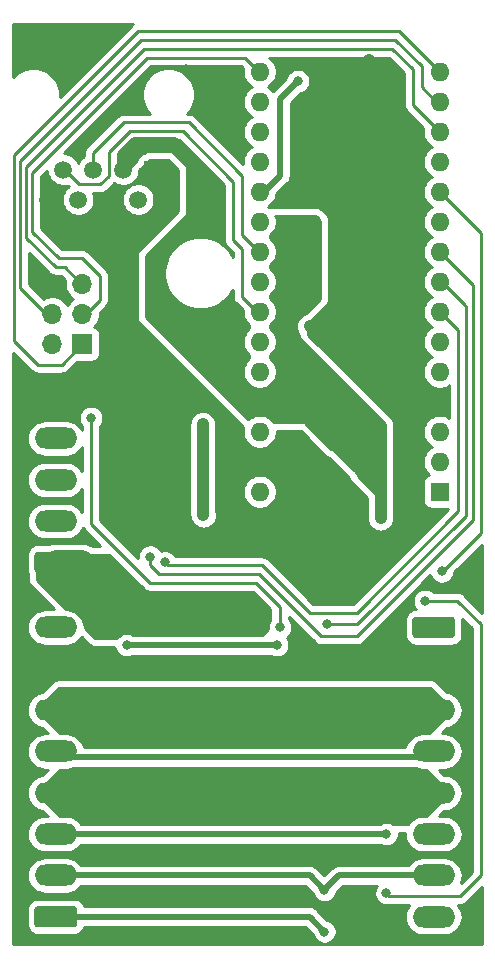
<source format=gbr>
%TF.GenerationSoftware,KiCad,Pcbnew,(5.1.9-0-10_14)*%
%TF.CreationDate,2023-05-28T23:00:19-04:00*%
%TF.ProjectId,LiControl,4c69436f-6e74-4726-9f6c-2e6b69636164,rev?*%
%TF.SameCoordinates,Original*%
%TF.FileFunction,Copper,L1,Top*%
%TF.FilePolarity,Positive*%
%FSLAX46Y46*%
G04 Gerber Fmt 4.6, Leading zero omitted, Abs format (unit mm)*
G04 Created by KiCad (PCBNEW (5.1.9-0-10_14)) date 2023-05-28 23:00:19*
%MOMM*%
%LPD*%
G01*
G04 APERTURE LIST*
%TA.AperFunction,ComponentPad*%
%ADD10R,1.600000X1.600000*%
%TD*%
%TA.AperFunction,ComponentPad*%
%ADD11O,1.600000X1.600000*%
%TD*%
%TA.AperFunction,ComponentPad*%
%ADD12R,1.500000X1.500000*%
%TD*%
%TA.AperFunction,ComponentPad*%
%ADD13C,1.500000*%
%TD*%
%TA.AperFunction,ComponentPad*%
%ADD14R,1.700000X1.700000*%
%TD*%
%TA.AperFunction,ComponentPad*%
%ADD15O,1.700000X1.700000*%
%TD*%
%TA.AperFunction,ComponentPad*%
%ADD16O,3.600000X1.800000*%
%TD*%
%TA.AperFunction,ViaPad*%
%ADD17C,0.800000*%
%TD*%
%TA.AperFunction,Conductor*%
%ADD18C,2.000000*%
%TD*%
%TA.AperFunction,Conductor*%
%ADD19C,1.000000*%
%TD*%
%TA.AperFunction,Conductor*%
%ADD20C,1.500000*%
%TD*%
%TA.AperFunction,Conductor*%
%ADD21C,0.500000*%
%TD*%
%TA.AperFunction,Conductor*%
%ADD22C,0.250000*%
%TD*%
%TA.AperFunction,Conductor*%
%ADD23C,0.254000*%
%TD*%
%TA.AperFunction,Conductor*%
%ADD24C,0.100000*%
%TD*%
G04 APERTURE END LIST*
D10*
%TO.P,A1,1*%
%TO.N,N/C*%
X122000000Y-108250000D03*
D11*
%TO.P,A1,17*%
X106760000Y-75230000D03*
%TO.P,A1,2*%
X122000000Y-105710000D03*
%TO.P,A1,18*%
%TO.N,/AREF*%
X106760000Y-77770000D03*
%TO.P,A1,3*%
%TO.N,N/C*%
X122000000Y-103170000D03*
%TO.P,A1,19*%
%TO.N,/POTENTIOMETER*%
X106760000Y-80310000D03*
%TO.P,A1,4*%
%TO.N,GND*%
X122000000Y-100630000D03*
%TO.P,A1,20*%
%TO.N,/MAMODE1_ADC*%
X106760000Y-82850000D03*
%TO.P,A1,5*%
%TO.N,/MAMODE2_MCM*%
X122000000Y-98090000D03*
%TO.P,A1,21*%
%TO.N,/CMDPWR_ADC*%
X106760000Y-85390000D03*
%TO.P,A1,6*%
%TO.N,/MAMODE1_MCM*%
X122000000Y-95550000D03*
%TO.P,A1,22*%
%TO.N,/BUTTON*%
X106760000Y-87930000D03*
%TO.P,A1,7*%
%TO.N,/MAMODE2_ECM_uC*%
X122000000Y-93010000D03*
%TO.P,A1,23*%
%TO.N,/MODE_SEL1*%
X106760000Y-90470000D03*
%TO.P,A1,8*%
%TO.N,/BRAKE_uC*%
X122000000Y-90470000D03*
%TO.P,A1,24*%
%TO.N,/MODE_SEL2*%
X106760000Y-93010000D03*
%TO.P,A1,9*%
%TO.N,/CLUTCH_uC*%
X122000000Y-87930000D03*
%TO.P,A1,25*%
%TO.N,/MAP_uC*%
X106760000Y-95550000D03*
%TO.P,A1,10*%
%TO.N,/VSS_PCINT2*%
X122000000Y-85390000D03*
%TO.P,A1,26*%
%TO.N,/THROTTLE_uC*%
X106760000Y-98090000D03*
%TO.P,A1,11*%
%TO.N,/NEP_PCINT0*%
X122000000Y-82850000D03*
%TO.P,A1,27*%
%TO.N,+5V*%
X106760000Y-100630000D03*
%TO.P,A1,12*%
%TO.N,/CMDPWR_MCM*%
X122000000Y-80310000D03*
%TO.P,A1,28*%
%TO.N,N/C*%
X106760000Y-103170000D03*
%TO.P,A1,13*%
%TO.N,/CS*%
X122000000Y-77770000D03*
%TO.P,A1,29*%
%TO.N,GND*%
X106760000Y-105710000D03*
%TO.P,A1,14*%
%TO.N,/MOSI*%
X122000000Y-75230000D03*
%TO.P,A1,30*%
%TO.N,/12V_VIN*%
X106760000Y-108250000D03*
%TO.P,A1,15*%
%TO.N,/MISO*%
X122000000Y-72690000D03*
%TO.P,A1,16*%
%TO.N,/SCK*%
X106760000Y-72690000D03*
%TD*%
D12*
%TO.P,J5,1*%
%TO.N,GND*%
X97750000Y-81000000D03*
D13*
%TO.P,J5,2*%
%TO.N,/POTENTIOMETER*%
X96480000Y-83540000D03*
%TO.P,J5,3*%
%TO.N,+5V*%
X95210000Y-81000000D03*
%TO.P,J5,4*%
%TO.N,GND*%
X93940000Y-83540000D03*
%TO.P,J5,5*%
%TO.N,/BUTTON*%
X92670000Y-81000000D03*
%TO.P,J5,6*%
%TO.N,/MODE_SEL1*%
X91400000Y-83540000D03*
%TO.P,J5,7*%
%TO.N,/MODE_SEL2*%
X90130000Y-81000000D03*
%TO.P,J5,8*%
%TO.N,GND*%
X88860000Y-83540000D03*
%TD*%
D14*
%TO.P,J6,1*%
%TO.N,/MISO*%
X91750000Y-95750000D03*
D15*
%TO.P,J6,2*%
%TO.N,+5V*%
X89210000Y-95750000D03*
%TO.P,J6,3*%
%TO.N,/SCK*%
X91750000Y-93210000D03*
%TO.P,J6,4*%
%TO.N,/MOSI*%
X89210000Y-93210000D03*
%TO.P,J6,5*%
%TO.N,/CS*%
X91750000Y-90670000D03*
%TO.P,J6,6*%
%TO.N,GND*%
X89210000Y-90670000D03*
%TD*%
%TO.P,J1,1*%
%TO.N,/MAMODE1_ECM*%
%TA.AperFunction,ComponentPad*%
G36*
G01*
X91050000Y-145150000D02*
X87950000Y-145150000D01*
G75*
G02*
X87700000Y-144900000I0J250000D01*
G01*
X87700000Y-143600000D01*
G75*
G02*
X87950000Y-143350000I250000J0D01*
G01*
X91050000Y-143350000D01*
G75*
G02*
X91300000Y-143600000I0J-250000D01*
G01*
X91300000Y-144900000D01*
G75*
G02*
X91050000Y-145150000I-250000J0D01*
G01*
G37*
%TD.AperFunction*%
D16*
%TO.P,J1,2*%
%TO.N,/NEP_12V*%
X89500000Y-140750000D03*
%TO.P,J1,3*%
%TO.N,/CMDPWR_ECM*%
X89500000Y-137250000D03*
%TO.P,J1,4*%
%TO.N,/12V_KEYON*%
X89500000Y-133750000D03*
%TO.P,J1,5*%
%TO.N,/VSS*%
X89500000Y-130250000D03*
%TO.P,J1,6*%
%TO.N,/12V_ALWAYS*%
X89500000Y-126750000D03*
%TO.P,J1,7*%
%TO.N,GND*%
X89500000Y-123250000D03*
%TO.P,J1,8*%
%TO.N,/MAMODE2_ECM_RAW*%
X89500000Y-119750000D03*
%TD*%
%TO.P,J4,8*%
%TO.N,/MAMODE1_MCM*%
X121500000Y-144250000D03*
%TO.P,J4,7*%
%TO.N,/NEP_12V*%
X121500000Y-140750000D03*
%TO.P,J4,6*%
%TO.N,/CMDPWR_MCM*%
X121500000Y-137250000D03*
%TO.P,J4,5*%
%TO.N,/12V_KEYON*%
X121500000Y-133750000D03*
%TO.P,J4,4*%
%TO.N,/VSS*%
X121500000Y-130250000D03*
%TO.P,J4,3*%
%TO.N,/12V_ALWAYS*%
X121500000Y-126750000D03*
%TO.P,J4,2*%
%TO.N,GND*%
X121500000Y-123250000D03*
%TO.P,J4,1*%
%TO.N,/MAMODE2_MCM*%
%TA.AperFunction,ComponentPad*%
G36*
G01*
X119950000Y-118850000D02*
X123050000Y-118850000D01*
G75*
G02*
X123300000Y-119100000I0J-250000D01*
G01*
X123300000Y-120400000D01*
G75*
G02*
X123050000Y-120650000I-250000J0D01*
G01*
X119950000Y-120650000D01*
G75*
G02*
X119700000Y-120400000I0J250000D01*
G01*
X119700000Y-119100000D01*
G75*
G02*
X119950000Y-118850000I250000J0D01*
G01*
G37*
%TD.AperFunction*%
%TD*%
%TO.P,J2,1*%
%TO.N,/BRAKE_RAW*%
%TA.AperFunction,ComponentPad*%
G36*
G01*
X91050000Y-115150000D02*
X87950000Y-115150000D01*
G75*
G02*
X87700000Y-114900000I0J250000D01*
G01*
X87700000Y-113600000D01*
G75*
G02*
X87950000Y-113350000I250000J0D01*
G01*
X91050000Y-113350000D01*
G75*
G02*
X91300000Y-113600000I0J-250000D01*
G01*
X91300000Y-114900000D01*
G75*
G02*
X91050000Y-115150000I-250000J0D01*
G01*
G37*
%TD.AperFunction*%
%TO.P,J2,2*%
%TO.N,/CLUTCH_RAW*%
X89500000Y-110750000D03*
%TO.P,J2,3*%
%TO.N,/THROTTLE_RAW*%
X89500000Y-107250000D03*
%TO.P,J2,4*%
%TO.N,/MAP_RAW*%
X89500000Y-103750000D03*
%TD*%
D17*
%TO.N,GND*%
X116750000Y-122750000D03*
X102750000Y-101000000D03*
X95750000Y-92750000D03*
X100500000Y-123750000D03*
X104000000Y-110500000D03*
X114000000Y-107250000D03*
X120000000Y-111250000D03*
X115750000Y-96500000D03*
X111000000Y-94250000D03*
X116250000Y-92250000D03*
X119500000Y-89500000D03*
X116750000Y-78750000D03*
X116500000Y-74500000D03*
X116000000Y-71750000D03*
X110500000Y-77750000D03*
X116750000Y-121500000D03*
X111750000Y-83000000D03*
X116000000Y-82750000D03*
X100500000Y-72500000D03*
X96000000Y-74750000D03*
X86750000Y-70000000D03*
X94250000Y-69250000D03*
%TO.N,/MAMODE1_ADC*%
X110000000Y-73500000D03*
%TO.N,/NEP_PCINT0*%
X122200000Y-115000000D03*
%TO.N,+5V*%
X97750000Y-88500000D03*
X101950000Y-102550000D03*
X102000000Y-110250000D03*
X111500000Y-99750000D03*
X117000000Y-105250000D03*
X117000000Y-110500000D03*
X111437500Y-85312500D03*
%TO.N,/CMDPWR_ECM*%
X117500000Y-137250000D03*
%TO.N,/MAMODE1_ECM*%
X112250000Y-145500000D03*
%TO.N,/NEP_12V*%
X112250000Y-142000000D03*
%TO.N,/BRAKE_RAW*%
X106000000Y-117500000D03*
X104750000Y-117500000D03*
X103500000Y-117500000D03*
X102250000Y-117500000D03*
X107000000Y-119750000D03*
X105250000Y-118750000D03*
X107250000Y-118500000D03*
%TO.N,/MAMODE2_ECM_uC*%
X98750000Y-114250000D03*
%TO.N,/BRAKE_uC*%
X112500000Y-119500000D03*
%TO.N,/CLUTCH_uC*%
X97500000Y-113750002D03*
%TO.N,/MAP_uC*%
X92500000Y-102000000D03*
X108500000Y-119750000D03*
%TO.N,/NEP_D*%
X117500000Y-142250000D03*
X120750000Y-117500000D03*
%TO.N,/BRAKE_EN*%
X95500000Y-121250000D03*
X108250000Y-121250000D03*
%TD*%
D18*
%TO.N,GND*%
X113500000Y-123250000D02*
X121500000Y-123250000D01*
D19*
X88860000Y-83540000D02*
X88860000Y-85110000D01*
X88860000Y-85110000D02*
X89750000Y-86000000D01*
X89750000Y-86000000D02*
X93000000Y-86000000D01*
X93940000Y-85060000D02*
X93940000Y-83540000D01*
X93000000Y-86000000D02*
X93940000Y-85060000D01*
X97750000Y-86000000D02*
X99250000Y-84500000D01*
X99250000Y-84500000D02*
X99250000Y-82250000D01*
X98000000Y-81000000D02*
X97750000Y-81000000D01*
X99250000Y-82250000D02*
X98000000Y-81000000D01*
X93000000Y-86000000D02*
X94500000Y-86000000D01*
X94500000Y-86000000D02*
X97750000Y-86000000D01*
X94500000Y-92750000D02*
X94500000Y-86000000D01*
X104000000Y-102250000D02*
X102750000Y-101000000D01*
X104000000Y-104250000D02*
X104000000Y-102250000D01*
X105460000Y-105710000D02*
X104000000Y-104250000D01*
X106760000Y-105710000D02*
X105460000Y-105710000D01*
X95250000Y-93500000D02*
X94500000Y-92750000D01*
X102750000Y-101000000D02*
X95250000Y-93500000D01*
D18*
X98750000Y-123250000D02*
X113500000Y-123250000D01*
X89500000Y-123250000D02*
X98750000Y-123250000D01*
D19*
X104000000Y-104250000D02*
X104000000Y-110500000D01*
X119250000Y-101750000D02*
X120370000Y-100630000D01*
X120370000Y-100630000D02*
X122000000Y-100630000D01*
X119250000Y-110500000D02*
X119250000Y-101750000D01*
X120000000Y-111250000D02*
X119250000Y-110500000D01*
X119250000Y-100000000D02*
X115750000Y-96500000D01*
X119250000Y-101750000D02*
X119250000Y-100000000D01*
X115750000Y-92750000D02*
X116250000Y-92250000D01*
X115750000Y-96500000D02*
X115750000Y-92750000D01*
X113250000Y-96500000D02*
X111000000Y-94250000D01*
X115750000Y-96500000D02*
X113250000Y-96500000D01*
X116750000Y-92250000D02*
X119500000Y-89500000D01*
X116250000Y-92250000D02*
X116750000Y-92250000D01*
X119500000Y-81500000D02*
X116750000Y-78750000D01*
X119500000Y-89500000D02*
X119500000Y-81500000D01*
X116750000Y-74750000D02*
X116500000Y-74500000D01*
X116750000Y-78750000D02*
X116750000Y-74750000D01*
X116500000Y-72250000D02*
X116000000Y-71750000D01*
X116500000Y-74500000D02*
X116500000Y-72250000D01*
X111500000Y-78750000D02*
X110500000Y-77750000D01*
X116750000Y-78750000D02*
X111500000Y-78750000D01*
D20*
X116750000Y-121500000D02*
X116750000Y-122750000D01*
D19*
X112460000Y-105710000D02*
X114000000Y-107250000D01*
X106760000Y-105710000D02*
X112460000Y-105710000D01*
D21*
X95750000Y-92750000D02*
X94500000Y-92750000D01*
D19*
X116000000Y-112800000D02*
X118450000Y-112800000D01*
X114000000Y-110800000D02*
X116000000Y-112800000D01*
X118450000Y-112800000D02*
X120000000Y-111250000D01*
X114000000Y-107250000D02*
X114000000Y-110800000D01*
D21*
%TO.N,/MAMODE1_ADC*%
X106760000Y-82850000D02*
X107150000Y-82850000D01*
X107150000Y-82850000D02*
X108500000Y-81500000D01*
X110000000Y-73500000D02*
X108500000Y-75000000D01*
X108500000Y-75000000D02*
X108500000Y-75500000D01*
X108500000Y-81500000D02*
X108500000Y-75500000D01*
D22*
%TO.N,/BUTTON*%
X100750000Y-77000000D02*
X105250000Y-81500000D01*
X92670000Y-79580000D02*
X95250000Y-77000000D01*
X95250000Y-77000000D02*
X100750000Y-77000000D01*
X106680000Y-87930000D02*
X106760000Y-87930000D01*
X105250000Y-81500000D02*
X105250000Y-86500000D01*
X105250000Y-86500000D02*
X106680000Y-87930000D01*
X92670000Y-81000000D02*
X92670000Y-79580000D01*
%TO.N,/MODE_SEL2*%
X105250000Y-91750000D02*
X106510000Y-93010000D01*
X105250000Y-87687500D02*
X105250000Y-91750000D01*
X104500000Y-86937500D02*
X105250000Y-87687500D01*
X94000000Y-81500000D02*
X94000000Y-79500000D01*
X104500000Y-82000000D02*
X104500000Y-86937500D01*
X106510000Y-93010000D02*
X106760000Y-93010000D01*
X100250000Y-77750000D02*
X104500000Y-82000000D01*
X95750000Y-77750000D02*
X100250000Y-77750000D01*
X94000000Y-79500000D02*
X95750000Y-77750000D01*
X93250000Y-82250000D02*
X94000000Y-81500000D01*
X91500000Y-82250000D02*
X93250000Y-82250000D01*
X90250000Y-81000000D02*
X91500000Y-82250000D01*
X90130000Y-81000000D02*
X90250000Y-81000000D01*
%TO.N,/NEP_PCINT0*%
X125500000Y-111750000D02*
X122200000Y-115050000D01*
X125500000Y-86350000D02*
X125500000Y-111750000D01*
X122000000Y-82850000D02*
X125500000Y-86350000D01*
D19*
%TO.N,+5V*%
X95210000Y-79790000D02*
X95210000Y-81000000D01*
X99500000Y-78750000D02*
X96250000Y-78750000D01*
X101250000Y-80500000D02*
X99500000Y-78750000D01*
X96250000Y-78750000D02*
X95210000Y-79790000D01*
X97750000Y-88500000D02*
X97750000Y-88500000D01*
X101250000Y-85000000D02*
X101250000Y-80500000D01*
X97750000Y-88500000D02*
X101250000Y-85000000D01*
X97750000Y-92750000D02*
X97750000Y-88500000D01*
X105630000Y-100630000D02*
X97750000Y-92750000D01*
X106760000Y-100630000D02*
X105630000Y-100630000D01*
X101950000Y-110200000D02*
X102000000Y-110250000D01*
X101950000Y-102550000D02*
X101950000Y-110200000D01*
X110620000Y-100630000D02*
X111500000Y-99750000D01*
X110620000Y-100630000D02*
X111630000Y-100630000D01*
X111630000Y-100630000D02*
X112380000Y-100630000D01*
X106760000Y-100630000D02*
X109380000Y-100630000D01*
X109380000Y-100630000D02*
X110620000Y-100630000D01*
X109000000Y-99750000D02*
X109000000Y-87750000D01*
X109380000Y-100130000D02*
X109000000Y-99750000D01*
X109000000Y-87750000D02*
X111437500Y-85312500D01*
X109380000Y-100630000D02*
X109380000Y-100130000D01*
X117000000Y-105250000D02*
X117000000Y-110500000D01*
X112380000Y-100630000D02*
X117000000Y-105250000D01*
D18*
%TO.N,/12V_KEYON*%
X89500000Y-133750000D02*
X121500000Y-133750000D01*
D21*
%TO.N,/CMDPWR_ECM*%
X115500000Y-137250000D02*
X116000000Y-137250000D01*
X89500000Y-137250000D02*
X115500000Y-137250000D01*
X117500000Y-137250000D02*
X115500000Y-137250000D01*
%TO.N,/MAMODE1_ECM*%
X89500000Y-144250000D02*
X111000000Y-144250000D01*
X111000000Y-144250000D02*
X112250000Y-145500000D01*
%TO.N,/NEP_12V*%
X113500000Y-140750000D02*
X121500000Y-140750000D01*
X112250000Y-142000000D02*
X113500000Y-140750000D01*
X111000000Y-140750000D02*
X112250000Y-142000000D01*
X89500000Y-140750000D02*
X111000000Y-140750000D01*
%TO.N,/VSS*%
X121000000Y-130750000D02*
X121500000Y-130250000D01*
X90000000Y-130750000D02*
X121000000Y-130750000D01*
X89500000Y-130250000D02*
X90000000Y-130750000D01*
D18*
%TO.N,/BRAKE_RAW*%
X105500000Y-117750000D02*
X95750000Y-117750000D01*
X91750000Y-114250000D02*
X89500000Y-114250000D01*
X96750000Y-119250000D02*
X91750000Y-114250000D01*
X105750000Y-119250000D02*
X96750000Y-119250000D01*
D22*
%TO.N,/MAMODE2_ECM_uC*%
X99000000Y-114500000D02*
X98750000Y-114250000D01*
X107000000Y-114500000D02*
X99000000Y-114500000D01*
X123600000Y-94610000D02*
X123600000Y-109900000D01*
X115000000Y-118500000D02*
X111000000Y-118500000D01*
X111000000Y-118500000D02*
X107000000Y-114500000D01*
X123600000Y-109900000D02*
X115000000Y-118500000D01*
X122000000Y-93010000D02*
X123600000Y-94610000D01*
%TO.N,/CLUTCH_uC*%
X97500000Y-114250000D02*
X97500000Y-114250000D01*
%TO.N,/BRAKE_uC*%
X122000000Y-90470000D02*
X122110000Y-90470000D01*
X115000000Y-119500000D02*
X112500000Y-119500000D01*
X124200000Y-110300000D02*
X115000000Y-119500000D01*
X124195000Y-92555000D02*
X124200000Y-92560000D01*
X124195000Y-92445000D02*
X124195000Y-92555000D01*
X122220000Y-90470000D02*
X124195000Y-92445000D01*
X124200000Y-92560000D02*
X124200000Y-110300000D01*
X122000000Y-90470000D02*
X122220000Y-90470000D01*
%TO.N,/CLUTCH_uC*%
X97500000Y-114500000D02*
X97500000Y-113750002D01*
X98250000Y-115250000D02*
X97500000Y-114500000D01*
X124850000Y-90780000D02*
X124850000Y-110650000D01*
X106750000Y-115250000D02*
X98250000Y-115250000D01*
X112000000Y-120500000D02*
X106750000Y-115250000D01*
X115000000Y-120500000D02*
X112000000Y-120500000D01*
X124850000Y-110650000D02*
X115000000Y-120500000D01*
X122000000Y-87930000D02*
X124850000Y-90780000D01*
%TO.N,/MAP_uC*%
X97500000Y-116000000D02*
X92500000Y-111000000D01*
X92500000Y-111000000D02*
X92500000Y-102000000D01*
X106500000Y-116000000D02*
X97500000Y-116000000D01*
X108500000Y-118000000D02*
X106500000Y-116000000D01*
X108500000Y-119750000D02*
X108500000Y-118000000D01*
%TO.N,/CS*%
X89500000Y-89250000D02*
X90250000Y-89250000D01*
X91670000Y-90670000D02*
X91750000Y-90670000D01*
X87000000Y-80750000D02*
X87000000Y-86750000D01*
X87000000Y-86750000D02*
X89500000Y-89250000D01*
X119750000Y-72500000D02*
X118000000Y-70750000D01*
X97000000Y-70750000D02*
X87000000Y-80750000D01*
X90250000Y-89250000D02*
X91670000Y-90670000D01*
X119750000Y-75520000D02*
X119750000Y-72500000D01*
X118000000Y-70750000D02*
X97000000Y-70750000D01*
X122000000Y-77770000D02*
X119750000Y-75520000D01*
%TO.N,/MOSI*%
X121730000Y-75230000D02*
X122000000Y-75230000D01*
X120500000Y-74000000D02*
X121730000Y-75230000D01*
X120500000Y-72250000D02*
X120500000Y-74000000D01*
X118250000Y-70000000D02*
X120500000Y-72250000D01*
X86500000Y-80250000D02*
X96750000Y-70000000D01*
X96750000Y-70000000D02*
X118250000Y-70000000D01*
X86500000Y-91000000D02*
X86500000Y-80250000D01*
X88710000Y-93210000D02*
X86500000Y-91000000D01*
X89210000Y-93210000D02*
X88710000Y-93210000D01*
%TO.N,/MISO*%
X86000000Y-79750000D02*
X86000000Y-92250000D01*
X96500000Y-69250000D02*
X86000000Y-79750000D01*
X118560000Y-69250000D02*
X96500000Y-69250000D01*
X122000000Y-72690000D02*
X118560000Y-69250000D01*
X86000000Y-95500000D02*
X86000000Y-92250000D01*
X88000000Y-97500000D02*
X86000000Y-95500000D01*
X90000000Y-97500000D02*
X88000000Y-97500000D01*
X91750000Y-95750000D02*
X90000000Y-97500000D01*
%TO.N,/SCK*%
X97250000Y-71500000D02*
X105500000Y-71500000D01*
X89750000Y-88500000D02*
X87500000Y-86250000D01*
X91750000Y-88500000D02*
X89750000Y-88500000D01*
X93250000Y-90000000D02*
X91750000Y-88500000D01*
X93250000Y-92000000D02*
X93250000Y-90000000D01*
X106690000Y-72690000D02*
X106760000Y-72690000D01*
X105500000Y-71500000D02*
X106690000Y-72690000D01*
X87500000Y-81250000D02*
X97250000Y-71500000D01*
X92040000Y-93210000D02*
X93250000Y-92000000D01*
X87500000Y-86250000D02*
X87500000Y-81250000D01*
X91750000Y-93210000D02*
X92040000Y-93210000D01*
D18*
%TO.N,/12V_ALWAYS*%
X89500000Y-126750000D02*
X121500000Y-126750000D01*
D22*
%TO.N,/NEP_D*%
X123500000Y-117500000D02*
X120750000Y-117500000D01*
X125500000Y-119500000D02*
X123500000Y-117500000D01*
X125500000Y-140750000D02*
X125500000Y-119500000D01*
X123750000Y-142500000D02*
X125500000Y-140750000D01*
X117750000Y-142500000D02*
X123750000Y-142500000D01*
X117500000Y-142250000D02*
X117750000Y-142500000D01*
%TO.N,/BRAKE_EN*%
X108250000Y-121250000D02*
X108250000Y-121250000D01*
D21*
X108250000Y-121250000D02*
X95500000Y-121250000D01*
%TD*%
D23*
%TO.N,GND*%
X118990001Y-72814803D02*
X118990000Y-75482677D01*
X118986324Y-75520000D01*
X118990000Y-75557322D01*
X118990000Y-75557332D01*
X119000997Y-75668985D01*
X119038858Y-75793799D01*
X119044454Y-75812246D01*
X119115026Y-75944276D01*
X119143526Y-75979003D01*
X119209999Y-76060001D01*
X119239003Y-76083804D01*
X120601312Y-77446114D01*
X120565000Y-77628665D01*
X120565000Y-77911335D01*
X120620147Y-78188574D01*
X120728320Y-78449727D01*
X120885363Y-78684759D01*
X121085241Y-78884637D01*
X121317759Y-79040000D01*
X121085241Y-79195363D01*
X120885363Y-79395241D01*
X120728320Y-79630273D01*
X120620147Y-79891426D01*
X120565000Y-80168665D01*
X120565000Y-80451335D01*
X120620147Y-80728574D01*
X120728320Y-80989727D01*
X120885363Y-81224759D01*
X121085241Y-81424637D01*
X121317759Y-81580000D01*
X121085241Y-81735363D01*
X120885363Y-81935241D01*
X120728320Y-82170273D01*
X120620147Y-82431426D01*
X120565000Y-82708665D01*
X120565000Y-82991335D01*
X120620147Y-83268574D01*
X120728320Y-83529727D01*
X120885363Y-83764759D01*
X121085241Y-83964637D01*
X121317759Y-84120000D01*
X121085241Y-84275363D01*
X120885363Y-84475241D01*
X120728320Y-84710273D01*
X120620147Y-84971426D01*
X120565000Y-85248665D01*
X120565000Y-85531335D01*
X120620147Y-85808574D01*
X120728320Y-86069727D01*
X120885363Y-86304759D01*
X121085241Y-86504637D01*
X121317759Y-86660000D01*
X121085241Y-86815363D01*
X120885363Y-87015241D01*
X120728320Y-87250273D01*
X120620147Y-87511426D01*
X120565000Y-87788665D01*
X120565000Y-88071335D01*
X120620147Y-88348574D01*
X120728320Y-88609727D01*
X120885363Y-88844759D01*
X121085241Y-89044637D01*
X121317759Y-89200000D01*
X121085241Y-89355363D01*
X120885363Y-89555241D01*
X120728320Y-89790273D01*
X120620147Y-90051426D01*
X120565000Y-90328665D01*
X120565000Y-90611335D01*
X120620147Y-90888574D01*
X120728320Y-91149727D01*
X120885363Y-91384759D01*
X121085241Y-91584637D01*
X121317759Y-91740000D01*
X121085241Y-91895363D01*
X120885363Y-92095241D01*
X120728320Y-92330273D01*
X120620147Y-92591426D01*
X120565000Y-92868665D01*
X120565000Y-93151335D01*
X120620147Y-93428574D01*
X120728320Y-93689727D01*
X120885363Y-93924759D01*
X121085241Y-94124637D01*
X121317759Y-94280000D01*
X121085241Y-94435363D01*
X120885363Y-94635241D01*
X120728320Y-94870273D01*
X120620147Y-95131426D01*
X120565000Y-95408665D01*
X120565000Y-95691335D01*
X120620147Y-95968574D01*
X120728320Y-96229727D01*
X120885363Y-96464759D01*
X121085241Y-96664637D01*
X121317759Y-96820000D01*
X121085241Y-96975363D01*
X120885363Y-97175241D01*
X120728320Y-97410273D01*
X120620147Y-97671426D01*
X120565000Y-97948665D01*
X120565000Y-98231335D01*
X120620147Y-98508574D01*
X120728320Y-98769727D01*
X120885363Y-99004759D01*
X121085241Y-99204637D01*
X121320273Y-99361680D01*
X121581426Y-99469853D01*
X121858665Y-99525000D01*
X122141335Y-99525000D01*
X122418574Y-99469853D01*
X122679727Y-99361680D01*
X122840000Y-99254589D01*
X122840000Y-102005411D01*
X122679727Y-101898320D01*
X122418574Y-101790147D01*
X122141335Y-101735000D01*
X121858665Y-101735000D01*
X121581426Y-101790147D01*
X121320273Y-101898320D01*
X121085241Y-102055363D01*
X120885363Y-102255241D01*
X120728320Y-102490273D01*
X120620147Y-102751426D01*
X120565000Y-103028665D01*
X120565000Y-103311335D01*
X120620147Y-103588574D01*
X120728320Y-103849727D01*
X120885363Y-104084759D01*
X121085241Y-104284637D01*
X121317759Y-104440000D01*
X121085241Y-104595363D01*
X120885363Y-104795241D01*
X120728320Y-105030273D01*
X120620147Y-105291426D01*
X120565000Y-105568665D01*
X120565000Y-105851335D01*
X120620147Y-106128574D01*
X120728320Y-106389727D01*
X120885363Y-106624759D01*
X121083961Y-106823357D01*
X121075518Y-106824188D01*
X120955820Y-106860498D01*
X120845506Y-106919463D01*
X120748815Y-106998815D01*
X120669463Y-107095506D01*
X120610498Y-107205820D01*
X120574188Y-107325518D01*
X120561928Y-107450000D01*
X120561928Y-109050000D01*
X120574188Y-109174482D01*
X120610498Y-109294180D01*
X120669463Y-109404494D01*
X120748815Y-109501185D01*
X120845506Y-109580537D01*
X120955820Y-109639502D01*
X121075518Y-109675812D01*
X121200000Y-109688072D01*
X122737126Y-109688072D01*
X114685199Y-117740000D01*
X111314802Y-117740000D01*
X107563804Y-113989003D01*
X107540001Y-113959999D01*
X107424276Y-113865026D01*
X107292247Y-113794454D01*
X107148986Y-113750997D01*
X107037333Y-113740000D01*
X107037322Y-113740000D01*
X107000000Y-113736324D01*
X106962678Y-113740000D01*
X99654013Y-113740000D01*
X99553937Y-113590226D01*
X99409774Y-113446063D01*
X99240256Y-113332795D01*
X99051898Y-113254774D01*
X98851939Y-113215000D01*
X98648061Y-113215000D01*
X98448102Y-113254774D01*
X98419972Y-113266426D01*
X98417205Y-113259746D01*
X98303937Y-113090228D01*
X98159774Y-112946065D01*
X97990256Y-112832797D01*
X97801898Y-112754776D01*
X97601939Y-112715002D01*
X97398061Y-112715002D01*
X97198102Y-112754776D01*
X97009744Y-112832797D01*
X96840226Y-112946065D01*
X96696063Y-113090228D01*
X96582795Y-113259746D01*
X96504774Y-113448104D01*
X96465000Y-113648063D01*
X96465000Y-113851941D01*
X96474499Y-113899698D01*
X93260000Y-110685199D01*
X93260000Y-110200000D01*
X100809509Y-110200000D01*
X100831423Y-110422498D01*
X100896324Y-110636446D01*
X100923050Y-110686447D01*
X101001717Y-110833623D01*
X101143552Y-111006449D01*
X101186857Y-111041988D01*
X101236857Y-111091989D01*
X101366378Y-111198284D01*
X101563554Y-111303676D01*
X101777502Y-111368577D01*
X102000000Y-111390491D01*
X102222499Y-111368577D01*
X102436447Y-111303676D01*
X102633623Y-111198284D01*
X102806449Y-111056449D01*
X102948284Y-110883623D01*
X103053676Y-110686447D01*
X103118577Y-110472499D01*
X103140491Y-110250000D01*
X103118577Y-110027502D01*
X103085000Y-109916814D01*
X103085000Y-108108665D01*
X105325000Y-108108665D01*
X105325000Y-108391335D01*
X105380147Y-108668574D01*
X105488320Y-108929727D01*
X105645363Y-109164759D01*
X105845241Y-109364637D01*
X106080273Y-109521680D01*
X106341426Y-109629853D01*
X106618665Y-109685000D01*
X106901335Y-109685000D01*
X107178574Y-109629853D01*
X107439727Y-109521680D01*
X107674759Y-109364637D01*
X107874637Y-109164759D01*
X108031680Y-108929727D01*
X108139853Y-108668574D01*
X108195000Y-108391335D01*
X108195000Y-108108665D01*
X108139853Y-107831426D01*
X108031680Y-107570273D01*
X107874637Y-107335241D01*
X107674759Y-107135363D01*
X107439727Y-106978320D01*
X107178574Y-106870147D01*
X106901335Y-106815000D01*
X106618665Y-106815000D01*
X106341426Y-106870147D01*
X106080273Y-106978320D01*
X105845241Y-107135363D01*
X105645363Y-107335241D01*
X105488320Y-107570273D01*
X105380147Y-107831426D01*
X105325000Y-108108665D01*
X103085000Y-108108665D01*
X103085000Y-102494248D01*
X103068577Y-102327501D01*
X103003676Y-102113553D01*
X102898284Y-101916377D01*
X102756449Y-101743551D01*
X102583623Y-101601716D01*
X102386446Y-101496324D01*
X102172498Y-101431423D01*
X101950000Y-101409509D01*
X101727501Y-101431423D01*
X101513553Y-101496324D01*
X101316377Y-101601716D01*
X101143551Y-101743551D01*
X101001716Y-101916377D01*
X100896324Y-102113554D01*
X100831423Y-102327502D01*
X100815000Y-102494249D01*
X100815001Y-110144239D01*
X100809509Y-110200000D01*
X93260000Y-110200000D01*
X93260000Y-102703711D01*
X93303937Y-102659774D01*
X93417205Y-102490256D01*
X93495226Y-102301898D01*
X93535000Y-102101939D01*
X93535000Y-101898061D01*
X93495226Y-101698102D01*
X93417205Y-101509744D01*
X93303937Y-101340226D01*
X93159774Y-101196063D01*
X92990256Y-101082795D01*
X92801898Y-101004774D01*
X92601939Y-100965000D01*
X92398061Y-100965000D01*
X92198102Y-101004774D01*
X92009744Y-101082795D01*
X91840226Y-101196063D01*
X91696063Y-101340226D01*
X91582795Y-101509744D01*
X91504774Y-101698102D01*
X91465000Y-101898061D01*
X91465000Y-102101939D01*
X91504774Y-102301898D01*
X91582795Y-102490256D01*
X91696063Y-102659774D01*
X91740001Y-102703712D01*
X91740001Y-103000685D01*
X91682481Y-102893073D01*
X91490661Y-102659339D01*
X91256927Y-102467519D01*
X90990261Y-102324983D01*
X90700913Y-102237210D01*
X90475408Y-102215000D01*
X88524592Y-102215000D01*
X88299087Y-102237210D01*
X88009739Y-102324983D01*
X87743073Y-102467519D01*
X87509339Y-102659339D01*
X87317519Y-102893073D01*
X87174983Y-103159739D01*
X87087210Y-103449087D01*
X87057573Y-103750000D01*
X87087210Y-104050913D01*
X87174983Y-104340261D01*
X87317519Y-104606927D01*
X87509339Y-104840661D01*
X87743073Y-105032481D01*
X88009739Y-105175017D01*
X88299087Y-105262790D01*
X88524592Y-105285000D01*
X90475408Y-105285000D01*
X90700913Y-105262790D01*
X90990261Y-105175017D01*
X91256927Y-105032481D01*
X91490661Y-104840661D01*
X91682481Y-104606927D01*
X91740001Y-104499315D01*
X91740000Y-106500684D01*
X91682481Y-106393073D01*
X91490661Y-106159339D01*
X91256927Y-105967519D01*
X90990261Y-105824983D01*
X90700913Y-105737210D01*
X90475408Y-105715000D01*
X88524592Y-105715000D01*
X88299087Y-105737210D01*
X88009739Y-105824983D01*
X87743073Y-105967519D01*
X87509339Y-106159339D01*
X87317519Y-106393073D01*
X87174983Y-106659739D01*
X87087210Y-106949087D01*
X87057573Y-107250000D01*
X87087210Y-107550913D01*
X87174983Y-107840261D01*
X87317519Y-108106927D01*
X87509339Y-108340661D01*
X87743073Y-108532481D01*
X88009739Y-108675017D01*
X88299087Y-108762790D01*
X88524592Y-108785000D01*
X90475408Y-108785000D01*
X90700913Y-108762790D01*
X90990261Y-108675017D01*
X91256927Y-108532481D01*
X91490661Y-108340661D01*
X91682481Y-108106927D01*
X91740000Y-107999316D01*
X91740000Y-110000684D01*
X91682481Y-109893073D01*
X91490661Y-109659339D01*
X91256927Y-109467519D01*
X90990261Y-109324983D01*
X90700913Y-109237210D01*
X90475408Y-109215000D01*
X88524592Y-109215000D01*
X88299087Y-109237210D01*
X88009739Y-109324983D01*
X87743073Y-109467519D01*
X87509339Y-109659339D01*
X87317519Y-109893073D01*
X87174983Y-110159739D01*
X87087210Y-110449087D01*
X87057573Y-110750000D01*
X87087210Y-111050913D01*
X87174983Y-111340261D01*
X87317519Y-111606927D01*
X87509339Y-111840661D01*
X87743073Y-112032481D01*
X88009739Y-112175017D01*
X88299087Y-112262790D01*
X88524592Y-112285000D01*
X90475408Y-112285000D01*
X90700913Y-112262790D01*
X90990261Y-112175017D01*
X91256927Y-112032481D01*
X91490661Y-111840661D01*
X91682481Y-111606927D01*
X91822568Y-111344843D01*
X91865026Y-111424276D01*
X91884729Y-111448284D01*
X91959999Y-111540001D01*
X91989003Y-111563804D01*
X93290199Y-112865000D01*
X92627264Y-112865000D01*
X92378715Y-112732148D01*
X92070516Y-112638657D01*
X91830322Y-112615000D01*
X91830319Y-112615000D01*
X91750000Y-112607089D01*
X91669681Y-112615000D01*
X89419678Y-112615000D01*
X89179484Y-112638657D01*
X88937942Y-112711928D01*
X87950000Y-112711928D01*
X87776746Y-112728992D01*
X87610150Y-112779528D01*
X87456614Y-112861595D01*
X87322038Y-112972038D01*
X87211595Y-113106614D01*
X87129528Y-113260150D01*
X87078992Y-113426746D01*
X87061928Y-113600000D01*
X87061928Y-114900000D01*
X87078992Y-115073254D01*
X87115000Y-115191957D01*
X87115000Y-115750000D01*
X87127201Y-115873882D01*
X87163336Y-115993004D01*
X87222017Y-116102787D01*
X87300987Y-116199013D01*
X89316974Y-118215000D01*
X88524592Y-118215000D01*
X88299087Y-118237210D01*
X88009739Y-118324983D01*
X87743073Y-118467519D01*
X87509339Y-118659339D01*
X87317519Y-118893073D01*
X87174983Y-119159739D01*
X87087210Y-119449087D01*
X87057573Y-119750000D01*
X87087210Y-120050913D01*
X87174983Y-120340261D01*
X87317519Y-120606927D01*
X87509339Y-120840661D01*
X87743073Y-121032481D01*
X88009739Y-121175017D01*
X88299087Y-121262790D01*
X88524592Y-121285000D01*
X90475408Y-121285000D01*
X90700913Y-121262790D01*
X90990261Y-121175017D01*
X91256927Y-121032481D01*
X91490661Y-120840661D01*
X91682481Y-120606927D01*
X91691684Y-120589710D01*
X92300987Y-121199013D01*
X92397213Y-121277983D01*
X92506996Y-121336664D01*
X92626118Y-121372799D01*
X92750000Y-121385000D01*
X94471576Y-121385000D01*
X94504774Y-121551898D01*
X94582795Y-121740256D01*
X94696063Y-121909774D01*
X94840226Y-122053937D01*
X95009744Y-122167205D01*
X95198102Y-122245226D01*
X95398061Y-122285000D01*
X95601939Y-122285000D01*
X95801898Y-122245226D01*
X95990256Y-122167205D01*
X96038454Y-122135000D01*
X107711546Y-122135000D01*
X107759744Y-122167205D01*
X107948102Y-122245226D01*
X108148061Y-122285000D01*
X108351939Y-122285000D01*
X108551898Y-122245226D01*
X108740256Y-122167205D01*
X108909774Y-122053937D01*
X109053937Y-121909774D01*
X109167205Y-121740256D01*
X109245226Y-121551898D01*
X109285000Y-121351939D01*
X109285000Y-121148061D01*
X109245226Y-120948102D01*
X109167205Y-120759744D01*
X109069841Y-120614028D01*
X109159774Y-120553937D01*
X109303937Y-120409774D01*
X109417205Y-120240256D01*
X109495226Y-120051898D01*
X109535000Y-119851939D01*
X109535000Y-119648061D01*
X109495226Y-119448102D01*
X109417205Y-119259744D01*
X109303937Y-119090226D01*
X109260000Y-119046289D01*
X109260000Y-118834802D01*
X111436201Y-121011003D01*
X111459999Y-121040001D01*
X111575724Y-121134974D01*
X111707753Y-121205546D01*
X111851014Y-121249003D01*
X111962667Y-121260000D01*
X111962676Y-121260000D01*
X111999999Y-121263676D01*
X112037322Y-121260000D01*
X114962678Y-121260000D01*
X115000000Y-121263676D01*
X115037322Y-121260000D01*
X115037333Y-121260000D01*
X115148986Y-121249003D01*
X115292247Y-121205546D01*
X115424276Y-121134974D01*
X115540001Y-121040001D01*
X115563804Y-121010997D01*
X121224729Y-115350073D01*
X121282795Y-115490256D01*
X121396063Y-115659774D01*
X121540226Y-115803937D01*
X121709744Y-115917205D01*
X121898102Y-115995226D01*
X122098061Y-116035000D01*
X122301939Y-116035000D01*
X122501898Y-115995226D01*
X122690256Y-115917205D01*
X122859774Y-115803937D01*
X123003937Y-115659774D01*
X123117205Y-115490256D01*
X123195226Y-115301898D01*
X123235000Y-115101939D01*
X123235000Y-115089801D01*
X125590000Y-112734801D01*
X125590000Y-118515199D01*
X124063804Y-116989003D01*
X124040001Y-116959999D01*
X123924276Y-116865026D01*
X123792247Y-116794454D01*
X123648986Y-116750997D01*
X123537333Y-116740000D01*
X123537322Y-116740000D01*
X123500000Y-116736324D01*
X123462678Y-116740000D01*
X121453711Y-116740000D01*
X121409774Y-116696063D01*
X121240256Y-116582795D01*
X121051898Y-116504774D01*
X120851939Y-116465000D01*
X120648061Y-116465000D01*
X120448102Y-116504774D01*
X120259744Y-116582795D01*
X120090226Y-116696063D01*
X119946063Y-116840226D01*
X119832795Y-117009744D01*
X119754774Y-117198102D01*
X119715000Y-117398061D01*
X119715000Y-117601939D01*
X119754774Y-117801898D01*
X119832795Y-117990256D01*
X119946063Y-118159774D01*
X119998217Y-118211928D01*
X119950000Y-118211928D01*
X119776746Y-118228992D01*
X119610150Y-118279528D01*
X119456614Y-118361595D01*
X119322038Y-118472038D01*
X119211595Y-118606614D01*
X119129528Y-118760150D01*
X119078992Y-118926746D01*
X119061928Y-119100000D01*
X119061928Y-120400000D01*
X119078992Y-120573254D01*
X119129528Y-120739850D01*
X119211595Y-120893386D01*
X119322038Y-121027962D01*
X119456614Y-121138405D01*
X119610150Y-121220472D01*
X119776746Y-121271008D01*
X119950000Y-121288072D01*
X123050000Y-121288072D01*
X123223254Y-121271008D01*
X123389850Y-121220472D01*
X123543386Y-121138405D01*
X123677962Y-121027962D01*
X123788405Y-120893386D01*
X123870472Y-120739850D01*
X123921008Y-120573254D01*
X123938072Y-120400000D01*
X123938072Y-119100000D01*
X123928553Y-119003355D01*
X124740001Y-119814803D01*
X124740000Y-140435198D01*
X123813625Y-141361573D01*
X123825017Y-141340261D01*
X123912790Y-141050913D01*
X123942427Y-140750000D01*
X123912790Y-140449087D01*
X123825017Y-140159739D01*
X123682481Y-139893073D01*
X123490661Y-139659339D01*
X123256927Y-139467519D01*
X122990261Y-139324983D01*
X122700913Y-139237210D01*
X122475408Y-139215000D01*
X120524592Y-139215000D01*
X120299087Y-139237210D01*
X120009739Y-139324983D01*
X119743073Y-139467519D01*
X119509339Y-139659339D01*
X119340558Y-139865000D01*
X113543469Y-139865000D01*
X113500000Y-139860719D01*
X113456531Y-139865000D01*
X113456523Y-139865000D01*
X113341306Y-139876348D01*
X113326509Y-139877805D01*
X113276179Y-139893073D01*
X113159687Y-139928411D01*
X113005941Y-140010589D01*
X113005939Y-140010590D01*
X113005940Y-140010590D01*
X112904953Y-140093468D01*
X112904951Y-140093470D01*
X112871183Y-140121183D01*
X112843470Y-140154951D01*
X112250000Y-140748421D01*
X111656534Y-140154956D01*
X111628817Y-140121183D01*
X111494059Y-140010589D01*
X111340313Y-139928411D01*
X111173490Y-139877805D01*
X111043477Y-139865000D01*
X111043469Y-139865000D01*
X111000000Y-139860719D01*
X110956531Y-139865000D01*
X91659442Y-139865000D01*
X91490661Y-139659339D01*
X91256927Y-139467519D01*
X90990261Y-139324983D01*
X90700913Y-139237210D01*
X90475408Y-139215000D01*
X88524592Y-139215000D01*
X88299087Y-139237210D01*
X88009739Y-139324983D01*
X87743073Y-139467519D01*
X87509339Y-139659339D01*
X87317519Y-139893073D01*
X87174983Y-140159739D01*
X87087210Y-140449087D01*
X87057573Y-140750000D01*
X87087210Y-141050913D01*
X87174983Y-141340261D01*
X87317519Y-141606927D01*
X87509339Y-141840661D01*
X87743073Y-142032481D01*
X88009739Y-142175017D01*
X88299087Y-142262790D01*
X88524592Y-142285000D01*
X90475408Y-142285000D01*
X90700913Y-142262790D01*
X90990261Y-142175017D01*
X91256927Y-142032481D01*
X91490661Y-141840661D01*
X91659442Y-141635000D01*
X110633422Y-141635000D01*
X111243465Y-142245044D01*
X111254774Y-142301898D01*
X111332795Y-142490256D01*
X111446063Y-142659774D01*
X111590226Y-142803937D01*
X111759744Y-142917205D01*
X111948102Y-142995226D01*
X112148061Y-143035000D01*
X112351939Y-143035000D01*
X112551898Y-142995226D01*
X112740256Y-142917205D01*
X112909774Y-142803937D01*
X113053937Y-142659774D01*
X113167205Y-142490256D01*
X113245226Y-142301898D01*
X113256535Y-142245043D01*
X113866579Y-141635000D01*
X116666146Y-141635000D01*
X116582795Y-141759744D01*
X116504774Y-141948102D01*
X116465000Y-142148061D01*
X116465000Y-142351939D01*
X116504774Y-142551898D01*
X116582795Y-142740256D01*
X116696063Y-142909774D01*
X116840226Y-143053937D01*
X117009744Y-143167205D01*
X117198102Y-143245226D01*
X117398061Y-143285000D01*
X117601939Y-143285000D01*
X117722673Y-143260985D01*
X117749999Y-143263676D01*
X117787322Y-143260000D01*
X119426729Y-143260000D01*
X119317519Y-143393073D01*
X119174983Y-143659739D01*
X119087210Y-143949087D01*
X119057573Y-144250000D01*
X119087210Y-144550913D01*
X119174983Y-144840261D01*
X119317519Y-145106927D01*
X119509339Y-145340661D01*
X119743073Y-145532481D01*
X120009739Y-145675017D01*
X120299087Y-145762790D01*
X120524592Y-145785000D01*
X122475408Y-145785000D01*
X122700913Y-145762790D01*
X122990261Y-145675017D01*
X123256927Y-145532481D01*
X123490661Y-145340661D01*
X123682481Y-145106927D01*
X123825017Y-144840261D01*
X123912790Y-144550913D01*
X123942427Y-144250000D01*
X123912790Y-143949087D01*
X123825017Y-143659739D01*
X123682481Y-143393073D01*
X123573271Y-143260000D01*
X123712678Y-143260000D01*
X123750000Y-143263676D01*
X123787322Y-143260000D01*
X123787333Y-143260000D01*
X123898986Y-143249003D01*
X124042247Y-143205546D01*
X124174276Y-143134974D01*
X124290001Y-143040001D01*
X124313804Y-143010997D01*
X125590000Y-141734802D01*
X125590000Y-146590000D01*
X85910000Y-146590000D01*
X85910000Y-143600000D01*
X87061928Y-143600000D01*
X87061928Y-144900000D01*
X87078992Y-145073254D01*
X87129528Y-145239850D01*
X87211595Y-145393386D01*
X87322038Y-145527962D01*
X87456614Y-145638405D01*
X87610150Y-145720472D01*
X87776746Y-145771008D01*
X87950000Y-145788072D01*
X91050000Y-145788072D01*
X91223254Y-145771008D01*
X91389850Y-145720472D01*
X91543386Y-145638405D01*
X91677962Y-145527962D01*
X91788405Y-145393386D01*
X91870472Y-145239850D01*
X91902278Y-145135000D01*
X110633422Y-145135000D01*
X111243465Y-145745044D01*
X111254774Y-145801898D01*
X111332795Y-145990256D01*
X111446063Y-146159774D01*
X111590226Y-146303937D01*
X111759744Y-146417205D01*
X111948102Y-146495226D01*
X112148061Y-146535000D01*
X112351939Y-146535000D01*
X112551898Y-146495226D01*
X112740256Y-146417205D01*
X112909774Y-146303937D01*
X113053937Y-146159774D01*
X113167205Y-145990256D01*
X113245226Y-145801898D01*
X113285000Y-145601939D01*
X113285000Y-145398061D01*
X113245226Y-145198102D01*
X113167205Y-145009744D01*
X113053937Y-144840226D01*
X112909774Y-144696063D01*
X112740256Y-144582795D01*
X112551898Y-144504774D01*
X112495044Y-144493465D01*
X111656534Y-143654956D01*
X111628817Y-143621183D01*
X111494059Y-143510589D01*
X111340313Y-143428411D01*
X111173490Y-143377805D01*
X111043477Y-143365000D01*
X111043469Y-143365000D01*
X111000000Y-143360719D01*
X110956531Y-143365000D01*
X91902278Y-143365000D01*
X91870472Y-143260150D01*
X91788405Y-143106614D01*
X91677962Y-142972038D01*
X91543386Y-142861595D01*
X91389850Y-142779528D01*
X91223254Y-142728992D01*
X91050000Y-142711928D01*
X87950000Y-142711928D01*
X87776746Y-142728992D01*
X87610150Y-142779528D01*
X87456614Y-142861595D01*
X87322038Y-142972038D01*
X87211595Y-143106614D01*
X87129528Y-143260150D01*
X87078992Y-143426746D01*
X87061928Y-143600000D01*
X85910000Y-143600000D01*
X85910000Y-126750000D01*
X87057573Y-126750000D01*
X87087210Y-127050913D01*
X87174983Y-127340261D01*
X87317519Y-127606927D01*
X87509339Y-127840661D01*
X87743073Y-128032481D01*
X88009739Y-128175017D01*
X88299087Y-128262790D01*
X88371939Y-128269965D01*
X88816974Y-128715000D01*
X88524592Y-128715000D01*
X88299087Y-128737210D01*
X88009739Y-128824983D01*
X87743073Y-128967519D01*
X87509339Y-129159339D01*
X87317519Y-129393073D01*
X87174983Y-129659739D01*
X87087210Y-129949087D01*
X87057573Y-130250000D01*
X87087210Y-130550913D01*
X87174983Y-130840261D01*
X87317519Y-131106927D01*
X87509339Y-131340661D01*
X87743073Y-131532481D01*
X88009739Y-131675017D01*
X88299087Y-131762790D01*
X88524592Y-131785000D01*
X88816974Y-131785000D01*
X88371939Y-132230035D01*
X88299087Y-132237210D01*
X88009739Y-132324983D01*
X87743073Y-132467519D01*
X87509339Y-132659339D01*
X87317519Y-132893073D01*
X87174983Y-133159739D01*
X87087210Y-133449087D01*
X87057573Y-133750000D01*
X87087210Y-134050913D01*
X87174983Y-134340261D01*
X87317519Y-134606927D01*
X87509339Y-134840661D01*
X87743073Y-135032481D01*
X88009739Y-135175017D01*
X88299087Y-135262790D01*
X88371939Y-135269965D01*
X88816974Y-135715000D01*
X88524592Y-135715000D01*
X88299087Y-135737210D01*
X88009739Y-135824983D01*
X87743073Y-135967519D01*
X87509339Y-136159339D01*
X87317519Y-136393073D01*
X87174983Y-136659739D01*
X87087210Y-136949087D01*
X87057573Y-137250000D01*
X87087210Y-137550913D01*
X87174983Y-137840261D01*
X87317519Y-138106927D01*
X87509339Y-138340661D01*
X87743073Y-138532481D01*
X88009739Y-138675017D01*
X88299087Y-138762790D01*
X88524592Y-138785000D01*
X90475408Y-138785000D01*
X90700913Y-138762790D01*
X90990261Y-138675017D01*
X91256927Y-138532481D01*
X91490661Y-138340661D01*
X91659442Y-138135000D01*
X116961546Y-138135000D01*
X117009744Y-138167205D01*
X117198102Y-138245226D01*
X117398061Y-138285000D01*
X117601939Y-138285000D01*
X117801898Y-138245226D01*
X117990256Y-138167205D01*
X118159774Y-138053937D01*
X118303937Y-137909774D01*
X118417205Y-137740256D01*
X118495226Y-137551898D01*
X118535000Y-137351939D01*
X118535000Y-137148061D01*
X118532402Y-137135000D01*
X119068899Y-137135000D01*
X119057573Y-137250000D01*
X119087210Y-137550913D01*
X119174983Y-137840261D01*
X119317519Y-138106927D01*
X119509339Y-138340661D01*
X119743073Y-138532481D01*
X120009739Y-138675017D01*
X120299087Y-138762790D01*
X120524592Y-138785000D01*
X122475408Y-138785000D01*
X122700913Y-138762790D01*
X122990261Y-138675017D01*
X123256927Y-138532481D01*
X123490661Y-138340661D01*
X123682481Y-138106927D01*
X123825017Y-137840261D01*
X123912790Y-137550913D01*
X123942427Y-137250000D01*
X123912790Y-136949087D01*
X123825017Y-136659739D01*
X123682481Y-136393073D01*
X123490661Y-136159339D01*
X123256927Y-135967519D01*
X122990261Y-135824983D01*
X122700913Y-135737210D01*
X122475408Y-135715000D01*
X121933026Y-135715000D01*
X122363026Y-135285000D01*
X122475408Y-135285000D01*
X122700913Y-135262790D01*
X122990261Y-135175017D01*
X123256927Y-135032481D01*
X123490661Y-134840661D01*
X123682481Y-134606927D01*
X123825017Y-134340261D01*
X123912790Y-134050913D01*
X123942427Y-133750000D01*
X123912790Y-133449087D01*
X123825017Y-133159739D01*
X123682481Y-132893073D01*
X123490661Y-132659339D01*
X123256927Y-132467519D01*
X122990261Y-132324983D01*
X122700913Y-132237210D01*
X122475408Y-132215000D01*
X122363026Y-132215000D01*
X121933026Y-131785000D01*
X122475408Y-131785000D01*
X122700913Y-131762790D01*
X122990261Y-131675017D01*
X123256927Y-131532481D01*
X123490661Y-131340661D01*
X123682481Y-131106927D01*
X123825017Y-130840261D01*
X123912790Y-130550913D01*
X123942427Y-130250000D01*
X123912790Y-129949087D01*
X123825017Y-129659739D01*
X123682481Y-129393073D01*
X123490661Y-129159339D01*
X123256927Y-128967519D01*
X122990261Y-128824983D01*
X122700913Y-128737210D01*
X122475408Y-128715000D01*
X122183026Y-128715000D01*
X122628061Y-128269965D01*
X122700913Y-128262790D01*
X122990261Y-128175017D01*
X123256927Y-128032481D01*
X123490661Y-127840661D01*
X123682481Y-127606927D01*
X123825017Y-127340261D01*
X123912790Y-127050913D01*
X123942427Y-126750000D01*
X123912790Y-126449087D01*
X123825017Y-126159739D01*
X123682481Y-125893073D01*
X123490661Y-125659339D01*
X123256927Y-125467519D01*
X122990261Y-125324983D01*
X122700913Y-125237210D01*
X122628061Y-125230035D01*
X121699013Y-124300987D01*
X121602787Y-124222017D01*
X121493004Y-124163336D01*
X121373882Y-124127201D01*
X121250000Y-124115000D01*
X89750000Y-124115000D01*
X89626118Y-124127201D01*
X89506996Y-124163336D01*
X89397213Y-124222017D01*
X89300987Y-124300987D01*
X88371939Y-125230035D01*
X88299087Y-125237210D01*
X88009739Y-125324983D01*
X87743073Y-125467519D01*
X87509339Y-125659339D01*
X87317519Y-125893073D01*
X87174983Y-126159739D01*
X87087210Y-126449087D01*
X87057573Y-126750000D01*
X85910000Y-126750000D01*
X85910000Y-96484801D01*
X87436201Y-98011003D01*
X87459999Y-98040001D01*
X87488997Y-98063799D01*
X87575723Y-98134974D01*
X87707753Y-98205546D01*
X87851014Y-98249003D01*
X87962667Y-98260000D01*
X87962676Y-98260000D01*
X87999999Y-98263676D01*
X88037322Y-98260000D01*
X89962678Y-98260000D01*
X90000000Y-98263676D01*
X90037322Y-98260000D01*
X90037333Y-98260000D01*
X90148986Y-98249003D01*
X90292247Y-98205546D01*
X90424276Y-98134974D01*
X90540001Y-98040001D01*
X90563804Y-98010997D01*
X91336729Y-97238072D01*
X92600000Y-97238072D01*
X92724482Y-97225812D01*
X92844180Y-97189502D01*
X92954494Y-97130537D01*
X93051185Y-97051185D01*
X93130537Y-96954494D01*
X93189502Y-96844180D01*
X93225812Y-96724482D01*
X93238072Y-96600000D01*
X93238072Y-94900000D01*
X93225812Y-94775518D01*
X93189502Y-94655820D01*
X93130537Y-94545506D01*
X93051185Y-94448815D01*
X92954494Y-94369463D01*
X92844180Y-94310498D01*
X92771620Y-94288487D01*
X92903475Y-94156632D01*
X93065990Y-93913411D01*
X93177932Y-93643158D01*
X93235000Y-93356260D01*
X93235000Y-93089802D01*
X93761009Y-92563794D01*
X93790001Y-92540001D01*
X93813795Y-92511008D01*
X93813799Y-92511004D01*
X93884973Y-92424277D01*
X93884974Y-92424276D01*
X93955546Y-92292247D01*
X93999003Y-92148986D01*
X94010000Y-92037333D01*
X94010000Y-92037324D01*
X94013676Y-92000001D01*
X94010000Y-91962678D01*
X94010000Y-90037322D01*
X94013676Y-89999999D01*
X94010000Y-89962676D01*
X94010000Y-89962667D01*
X93999003Y-89851014D01*
X93955546Y-89707753D01*
X93884974Y-89575724D01*
X93790001Y-89459999D01*
X93761003Y-89436201D01*
X92313804Y-87989003D01*
X92290001Y-87959999D01*
X92174276Y-87865026D01*
X92042247Y-87794454D01*
X91898986Y-87750997D01*
X91787333Y-87740000D01*
X91787322Y-87740000D01*
X91750000Y-87736324D01*
X91712678Y-87740000D01*
X90064802Y-87740000D01*
X88260000Y-85935199D01*
X88260000Y-81564801D01*
X88745000Y-81079801D01*
X88745000Y-81136411D01*
X88798225Y-81403989D01*
X88902629Y-81656043D01*
X89054201Y-81882886D01*
X89247114Y-82075799D01*
X89473957Y-82227371D01*
X89726011Y-82331775D01*
X89993589Y-82385000D01*
X90266411Y-82385000D01*
X90511456Y-82336257D01*
X90590419Y-82415220D01*
X90517114Y-82464201D01*
X90324201Y-82657114D01*
X90172629Y-82883957D01*
X90068225Y-83136011D01*
X90015000Y-83403589D01*
X90015000Y-83676411D01*
X90068225Y-83943989D01*
X90172629Y-84196043D01*
X90324201Y-84422886D01*
X90517114Y-84615799D01*
X90743957Y-84767371D01*
X90996011Y-84871775D01*
X91263589Y-84925000D01*
X91536411Y-84925000D01*
X91803989Y-84871775D01*
X92056043Y-84767371D01*
X92282886Y-84615799D01*
X92475799Y-84422886D01*
X92627371Y-84196043D01*
X92731775Y-83943989D01*
X92785000Y-83676411D01*
X92785000Y-83403589D01*
X95095000Y-83403589D01*
X95095000Y-83676411D01*
X95148225Y-83943989D01*
X95252629Y-84196043D01*
X95404201Y-84422886D01*
X95597114Y-84615799D01*
X95823957Y-84767371D01*
X96076011Y-84871775D01*
X96343589Y-84925000D01*
X96616411Y-84925000D01*
X96883989Y-84871775D01*
X97136043Y-84767371D01*
X97362886Y-84615799D01*
X97555799Y-84422886D01*
X97707371Y-84196043D01*
X97811775Y-83943989D01*
X97865000Y-83676411D01*
X97865000Y-83403589D01*
X97811775Y-83136011D01*
X97707371Y-82883957D01*
X97555799Y-82657114D01*
X97362886Y-82464201D01*
X97136043Y-82312629D01*
X96883989Y-82208225D01*
X96616411Y-82155000D01*
X96343589Y-82155000D01*
X96076011Y-82208225D01*
X95823957Y-82312629D01*
X95597114Y-82464201D01*
X95404201Y-82657114D01*
X95252629Y-82883957D01*
X95148225Y-83136011D01*
X95095000Y-83403589D01*
X92785000Y-83403589D01*
X92731775Y-83136011D01*
X92679580Y-83010000D01*
X93212678Y-83010000D01*
X93250000Y-83013676D01*
X93287322Y-83010000D01*
X93287333Y-83010000D01*
X93398986Y-82999003D01*
X93542247Y-82955546D01*
X93674276Y-82884974D01*
X93790001Y-82790001D01*
X93813803Y-82760998D01*
X94430154Y-82144648D01*
X94553957Y-82227371D01*
X94806011Y-82331775D01*
X95073589Y-82385000D01*
X95346411Y-82385000D01*
X95613989Y-82331775D01*
X95866043Y-82227371D01*
X96092886Y-82075799D01*
X96285799Y-81882886D01*
X96437371Y-81656043D01*
X96541775Y-81403989D01*
X96595000Y-81136411D01*
X96595000Y-81053026D01*
X97513026Y-80135000D01*
X98986974Y-80135000D01*
X99865000Y-81013026D01*
X99865000Y-84486974D01*
X96550987Y-87800987D01*
X96472017Y-87897213D01*
X96413336Y-88006996D01*
X96377201Y-88126118D01*
X96365000Y-88250000D01*
X96365000Y-93500000D01*
X96377201Y-93623882D01*
X96413336Y-93743004D01*
X96472017Y-93852787D01*
X96550987Y-93949013D01*
X105375709Y-102773735D01*
X105325000Y-103028665D01*
X105325000Y-103311335D01*
X105380147Y-103588574D01*
X105488320Y-103849727D01*
X105645363Y-104084759D01*
X105845241Y-104284637D01*
X106080273Y-104441680D01*
X106341426Y-104549853D01*
X106618665Y-104605000D01*
X106901335Y-104605000D01*
X107178574Y-104549853D01*
X107439727Y-104441680D01*
X107674759Y-104284637D01*
X107874637Y-104084759D01*
X108031680Y-103849727D01*
X108139853Y-103588574D01*
X108195000Y-103311335D01*
X108195000Y-103135000D01*
X110236974Y-103135000D01*
X115865001Y-108763027D01*
X115865001Y-110555752D01*
X115881424Y-110722499D01*
X115946325Y-110936447D01*
X116051717Y-111133623D01*
X116193552Y-111306449D01*
X116366378Y-111448284D01*
X116563554Y-111553676D01*
X116777502Y-111618577D01*
X117000000Y-111640491D01*
X117222499Y-111618577D01*
X117436447Y-111553676D01*
X117633623Y-111448284D01*
X117806449Y-111306449D01*
X117948284Y-111133623D01*
X118053676Y-110936447D01*
X118118577Y-110722499D01*
X118135000Y-110555752D01*
X118135000Y-105305752D01*
X118140491Y-105250000D01*
X118135000Y-105194248D01*
X118135000Y-102500000D01*
X118122799Y-102376118D01*
X118086664Y-102256996D01*
X118027983Y-102147213D01*
X117949013Y-102050987D01*
X110885000Y-94986974D01*
X110885000Y-94013026D01*
X112449013Y-92449013D01*
X112527983Y-92352787D01*
X112586664Y-92243004D01*
X112622799Y-92123882D01*
X112635000Y-92000000D01*
X112635000Y-85250000D01*
X112622799Y-85126118D01*
X112586664Y-85006996D01*
X112527983Y-84897213D01*
X112454862Y-84808115D01*
X112385784Y-84678877D01*
X112243949Y-84506051D01*
X112071123Y-84364216D01*
X111941885Y-84295138D01*
X111852787Y-84222017D01*
X111743004Y-84163336D01*
X111623882Y-84127201D01*
X111500000Y-84115000D01*
X107500000Y-84115000D01*
X107443139Y-84120600D01*
X107442241Y-84120000D01*
X107674759Y-83964637D01*
X107874637Y-83764759D01*
X108031680Y-83529727D01*
X108139853Y-83268574D01*
X108178800Y-83072779D01*
X109095050Y-82156529D01*
X109128817Y-82128817D01*
X109163691Y-82086324D01*
X109239410Y-81994060D01*
X109239411Y-81994059D01*
X109321589Y-81840313D01*
X109372195Y-81673490D01*
X109385000Y-81543477D01*
X109385000Y-81543467D01*
X109389281Y-81500001D01*
X109385000Y-81456535D01*
X109385000Y-75366578D01*
X110245044Y-74506535D01*
X110301898Y-74495226D01*
X110490256Y-74417205D01*
X110659774Y-74303937D01*
X110803937Y-74159774D01*
X110917205Y-73990256D01*
X110995226Y-73801898D01*
X111035000Y-73601939D01*
X111035000Y-73398061D01*
X110995226Y-73198102D01*
X110917205Y-73009744D01*
X110803937Y-72840226D01*
X110659774Y-72696063D01*
X110490256Y-72582795D01*
X110301898Y-72504774D01*
X110101939Y-72465000D01*
X109898061Y-72465000D01*
X109698102Y-72504774D01*
X109509744Y-72582795D01*
X109340226Y-72696063D01*
X109196063Y-72840226D01*
X109082795Y-73009744D01*
X109004774Y-73198102D01*
X108993465Y-73254956D01*
X107904956Y-74343466D01*
X107897555Y-74349540D01*
X107874637Y-74315241D01*
X107674759Y-74115363D01*
X107442241Y-73960000D01*
X107674759Y-73804637D01*
X107874637Y-73604759D01*
X108031680Y-73369727D01*
X108139853Y-73108574D01*
X108195000Y-72831335D01*
X108195000Y-72548665D01*
X108139853Y-72271426D01*
X108031680Y-72010273D01*
X107874637Y-71775241D01*
X107674759Y-71575363D01*
X107576936Y-71510000D01*
X117685199Y-71510000D01*
X118990001Y-72814803D01*
%TA.AperFunction,Conductor*%
D24*
G36*
X118990001Y-72814803D02*
G01*
X118990000Y-75482677D01*
X118986324Y-75520000D01*
X118990000Y-75557322D01*
X118990000Y-75557332D01*
X119000997Y-75668985D01*
X119038858Y-75793799D01*
X119044454Y-75812246D01*
X119115026Y-75944276D01*
X119143526Y-75979003D01*
X119209999Y-76060001D01*
X119239003Y-76083804D01*
X120601312Y-77446114D01*
X120565000Y-77628665D01*
X120565000Y-77911335D01*
X120620147Y-78188574D01*
X120728320Y-78449727D01*
X120885363Y-78684759D01*
X121085241Y-78884637D01*
X121317759Y-79040000D01*
X121085241Y-79195363D01*
X120885363Y-79395241D01*
X120728320Y-79630273D01*
X120620147Y-79891426D01*
X120565000Y-80168665D01*
X120565000Y-80451335D01*
X120620147Y-80728574D01*
X120728320Y-80989727D01*
X120885363Y-81224759D01*
X121085241Y-81424637D01*
X121317759Y-81580000D01*
X121085241Y-81735363D01*
X120885363Y-81935241D01*
X120728320Y-82170273D01*
X120620147Y-82431426D01*
X120565000Y-82708665D01*
X120565000Y-82991335D01*
X120620147Y-83268574D01*
X120728320Y-83529727D01*
X120885363Y-83764759D01*
X121085241Y-83964637D01*
X121317759Y-84120000D01*
X121085241Y-84275363D01*
X120885363Y-84475241D01*
X120728320Y-84710273D01*
X120620147Y-84971426D01*
X120565000Y-85248665D01*
X120565000Y-85531335D01*
X120620147Y-85808574D01*
X120728320Y-86069727D01*
X120885363Y-86304759D01*
X121085241Y-86504637D01*
X121317759Y-86660000D01*
X121085241Y-86815363D01*
X120885363Y-87015241D01*
X120728320Y-87250273D01*
X120620147Y-87511426D01*
X120565000Y-87788665D01*
X120565000Y-88071335D01*
X120620147Y-88348574D01*
X120728320Y-88609727D01*
X120885363Y-88844759D01*
X121085241Y-89044637D01*
X121317759Y-89200000D01*
X121085241Y-89355363D01*
X120885363Y-89555241D01*
X120728320Y-89790273D01*
X120620147Y-90051426D01*
X120565000Y-90328665D01*
X120565000Y-90611335D01*
X120620147Y-90888574D01*
X120728320Y-91149727D01*
X120885363Y-91384759D01*
X121085241Y-91584637D01*
X121317759Y-91740000D01*
X121085241Y-91895363D01*
X120885363Y-92095241D01*
X120728320Y-92330273D01*
X120620147Y-92591426D01*
X120565000Y-92868665D01*
X120565000Y-93151335D01*
X120620147Y-93428574D01*
X120728320Y-93689727D01*
X120885363Y-93924759D01*
X121085241Y-94124637D01*
X121317759Y-94280000D01*
X121085241Y-94435363D01*
X120885363Y-94635241D01*
X120728320Y-94870273D01*
X120620147Y-95131426D01*
X120565000Y-95408665D01*
X120565000Y-95691335D01*
X120620147Y-95968574D01*
X120728320Y-96229727D01*
X120885363Y-96464759D01*
X121085241Y-96664637D01*
X121317759Y-96820000D01*
X121085241Y-96975363D01*
X120885363Y-97175241D01*
X120728320Y-97410273D01*
X120620147Y-97671426D01*
X120565000Y-97948665D01*
X120565000Y-98231335D01*
X120620147Y-98508574D01*
X120728320Y-98769727D01*
X120885363Y-99004759D01*
X121085241Y-99204637D01*
X121320273Y-99361680D01*
X121581426Y-99469853D01*
X121858665Y-99525000D01*
X122141335Y-99525000D01*
X122418574Y-99469853D01*
X122679727Y-99361680D01*
X122840000Y-99254589D01*
X122840000Y-102005411D01*
X122679727Y-101898320D01*
X122418574Y-101790147D01*
X122141335Y-101735000D01*
X121858665Y-101735000D01*
X121581426Y-101790147D01*
X121320273Y-101898320D01*
X121085241Y-102055363D01*
X120885363Y-102255241D01*
X120728320Y-102490273D01*
X120620147Y-102751426D01*
X120565000Y-103028665D01*
X120565000Y-103311335D01*
X120620147Y-103588574D01*
X120728320Y-103849727D01*
X120885363Y-104084759D01*
X121085241Y-104284637D01*
X121317759Y-104440000D01*
X121085241Y-104595363D01*
X120885363Y-104795241D01*
X120728320Y-105030273D01*
X120620147Y-105291426D01*
X120565000Y-105568665D01*
X120565000Y-105851335D01*
X120620147Y-106128574D01*
X120728320Y-106389727D01*
X120885363Y-106624759D01*
X121083961Y-106823357D01*
X121075518Y-106824188D01*
X120955820Y-106860498D01*
X120845506Y-106919463D01*
X120748815Y-106998815D01*
X120669463Y-107095506D01*
X120610498Y-107205820D01*
X120574188Y-107325518D01*
X120561928Y-107450000D01*
X120561928Y-109050000D01*
X120574188Y-109174482D01*
X120610498Y-109294180D01*
X120669463Y-109404494D01*
X120748815Y-109501185D01*
X120845506Y-109580537D01*
X120955820Y-109639502D01*
X121075518Y-109675812D01*
X121200000Y-109688072D01*
X122737126Y-109688072D01*
X114685199Y-117740000D01*
X111314802Y-117740000D01*
X107563804Y-113989003D01*
X107540001Y-113959999D01*
X107424276Y-113865026D01*
X107292247Y-113794454D01*
X107148986Y-113750997D01*
X107037333Y-113740000D01*
X107037322Y-113740000D01*
X107000000Y-113736324D01*
X106962678Y-113740000D01*
X99654013Y-113740000D01*
X99553937Y-113590226D01*
X99409774Y-113446063D01*
X99240256Y-113332795D01*
X99051898Y-113254774D01*
X98851939Y-113215000D01*
X98648061Y-113215000D01*
X98448102Y-113254774D01*
X98419972Y-113266426D01*
X98417205Y-113259746D01*
X98303937Y-113090228D01*
X98159774Y-112946065D01*
X97990256Y-112832797D01*
X97801898Y-112754776D01*
X97601939Y-112715002D01*
X97398061Y-112715002D01*
X97198102Y-112754776D01*
X97009744Y-112832797D01*
X96840226Y-112946065D01*
X96696063Y-113090228D01*
X96582795Y-113259746D01*
X96504774Y-113448104D01*
X96465000Y-113648063D01*
X96465000Y-113851941D01*
X96474499Y-113899698D01*
X93260000Y-110685199D01*
X93260000Y-110200000D01*
X100809509Y-110200000D01*
X100831423Y-110422498D01*
X100896324Y-110636446D01*
X100923050Y-110686447D01*
X101001717Y-110833623D01*
X101143552Y-111006449D01*
X101186857Y-111041988D01*
X101236857Y-111091989D01*
X101366378Y-111198284D01*
X101563554Y-111303676D01*
X101777502Y-111368577D01*
X102000000Y-111390491D01*
X102222499Y-111368577D01*
X102436447Y-111303676D01*
X102633623Y-111198284D01*
X102806449Y-111056449D01*
X102948284Y-110883623D01*
X103053676Y-110686447D01*
X103118577Y-110472499D01*
X103140491Y-110250000D01*
X103118577Y-110027502D01*
X103085000Y-109916814D01*
X103085000Y-108108665D01*
X105325000Y-108108665D01*
X105325000Y-108391335D01*
X105380147Y-108668574D01*
X105488320Y-108929727D01*
X105645363Y-109164759D01*
X105845241Y-109364637D01*
X106080273Y-109521680D01*
X106341426Y-109629853D01*
X106618665Y-109685000D01*
X106901335Y-109685000D01*
X107178574Y-109629853D01*
X107439727Y-109521680D01*
X107674759Y-109364637D01*
X107874637Y-109164759D01*
X108031680Y-108929727D01*
X108139853Y-108668574D01*
X108195000Y-108391335D01*
X108195000Y-108108665D01*
X108139853Y-107831426D01*
X108031680Y-107570273D01*
X107874637Y-107335241D01*
X107674759Y-107135363D01*
X107439727Y-106978320D01*
X107178574Y-106870147D01*
X106901335Y-106815000D01*
X106618665Y-106815000D01*
X106341426Y-106870147D01*
X106080273Y-106978320D01*
X105845241Y-107135363D01*
X105645363Y-107335241D01*
X105488320Y-107570273D01*
X105380147Y-107831426D01*
X105325000Y-108108665D01*
X103085000Y-108108665D01*
X103085000Y-102494248D01*
X103068577Y-102327501D01*
X103003676Y-102113553D01*
X102898284Y-101916377D01*
X102756449Y-101743551D01*
X102583623Y-101601716D01*
X102386446Y-101496324D01*
X102172498Y-101431423D01*
X101950000Y-101409509D01*
X101727501Y-101431423D01*
X101513553Y-101496324D01*
X101316377Y-101601716D01*
X101143551Y-101743551D01*
X101001716Y-101916377D01*
X100896324Y-102113554D01*
X100831423Y-102327502D01*
X100815000Y-102494249D01*
X100815001Y-110144239D01*
X100809509Y-110200000D01*
X93260000Y-110200000D01*
X93260000Y-102703711D01*
X93303937Y-102659774D01*
X93417205Y-102490256D01*
X93495226Y-102301898D01*
X93535000Y-102101939D01*
X93535000Y-101898061D01*
X93495226Y-101698102D01*
X93417205Y-101509744D01*
X93303937Y-101340226D01*
X93159774Y-101196063D01*
X92990256Y-101082795D01*
X92801898Y-101004774D01*
X92601939Y-100965000D01*
X92398061Y-100965000D01*
X92198102Y-101004774D01*
X92009744Y-101082795D01*
X91840226Y-101196063D01*
X91696063Y-101340226D01*
X91582795Y-101509744D01*
X91504774Y-101698102D01*
X91465000Y-101898061D01*
X91465000Y-102101939D01*
X91504774Y-102301898D01*
X91582795Y-102490256D01*
X91696063Y-102659774D01*
X91740001Y-102703712D01*
X91740001Y-103000685D01*
X91682481Y-102893073D01*
X91490661Y-102659339D01*
X91256927Y-102467519D01*
X90990261Y-102324983D01*
X90700913Y-102237210D01*
X90475408Y-102215000D01*
X88524592Y-102215000D01*
X88299087Y-102237210D01*
X88009739Y-102324983D01*
X87743073Y-102467519D01*
X87509339Y-102659339D01*
X87317519Y-102893073D01*
X87174983Y-103159739D01*
X87087210Y-103449087D01*
X87057573Y-103750000D01*
X87087210Y-104050913D01*
X87174983Y-104340261D01*
X87317519Y-104606927D01*
X87509339Y-104840661D01*
X87743073Y-105032481D01*
X88009739Y-105175017D01*
X88299087Y-105262790D01*
X88524592Y-105285000D01*
X90475408Y-105285000D01*
X90700913Y-105262790D01*
X90990261Y-105175017D01*
X91256927Y-105032481D01*
X91490661Y-104840661D01*
X91682481Y-104606927D01*
X91740001Y-104499315D01*
X91740000Y-106500684D01*
X91682481Y-106393073D01*
X91490661Y-106159339D01*
X91256927Y-105967519D01*
X90990261Y-105824983D01*
X90700913Y-105737210D01*
X90475408Y-105715000D01*
X88524592Y-105715000D01*
X88299087Y-105737210D01*
X88009739Y-105824983D01*
X87743073Y-105967519D01*
X87509339Y-106159339D01*
X87317519Y-106393073D01*
X87174983Y-106659739D01*
X87087210Y-106949087D01*
X87057573Y-107250000D01*
X87087210Y-107550913D01*
X87174983Y-107840261D01*
X87317519Y-108106927D01*
X87509339Y-108340661D01*
X87743073Y-108532481D01*
X88009739Y-108675017D01*
X88299087Y-108762790D01*
X88524592Y-108785000D01*
X90475408Y-108785000D01*
X90700913Y-108762790D01*
X90990261Y-108675017D01*
X91256927Y-108532481D01*
X91490661Y-108340661D01*
X91682481Y-108106927D01*
X91740000Y-107999316D01*
X91740000Y-110000684D01*
X91682481Y-109893073D01*
X91490661Y-109659339D01*
X91256927Y-109467519D01*
X90990261Y-109324983D01*
X90700913Y-109237210D01*
X90475408Y-109215000D01*
X88524592Y-109215000D01*
X88299087Y-109237210D01*
X88009739Y-109324983D01*
X87743073Y-109467519D01*
X87509339Y-109659339D01*
X87317519Y-109893073D01*
X87174983Y-110159739D01*
X87087210Y-110449087D01*
X87057573Y-110750000D01*
X87087210Y-111050913D01*
X87174983Y-111340261D01*
X87317519Y-111606927D01*
X87509339Y-111840661D01*
X87743073Y-112032481D01*
X88009739Y-112175017D01*
X88299087Y-112262790D01*
X88524592Y-112285000D01*
X90475408Y-112285000D01*
X90700913Y-112262790D01*
X90990261Y-112175017D01*
X91256927Y-112032481D01*
X91490661Y-111840661D01*
X91682481Y-111606927D01*
X91822568Y-111344843D01*
X91865026Y-111424276D01*
X91884729Y-111448284D01*
X91959999Y-111540001D01*
X91989003Y-111563804D01*
X93290199Y-112865000D01*
X92627264Y-112865000D01*
X92378715Y-112732148D01*
X92070516Y-112638657D01*
X91830322Y-112615000D01*
X91830319Y-112615000D01*
X91750000Y-112607089D01*
X91669681Y-112615000D01*
X89419678Y-112615000D01*
X89179484Y-112638657D01*
X88937942Y-112711928D01*
X87950000Y-112711928D01*
X87776746Y-112728992D01*
X87610150Y-112779528D01*
X87456614Y-112861595D01*
X87322038Y-112972038D01*
X87211595Y-113106614D01*
X87129528Y-113260150D01*
X87078992Y-113426746D01*
X87061928Y-113600000D01*
X87061928Y-114900000D01*
X87078992Y-115073254D01*
X87115000Y-115191957D01*
X87115000Y-115750000D01*
X87127201Y-115873882D01*
X87163336Y-115993004D01*
X87222017Y-116102787D01*
X87300987Y-116199013D01*
X89316974Y-118215000D01*
X88524592Y-118215000D01*
X88299087Y-118237210D01*
X88009739Y-118324983D01*
X87743073Y-118467519D01*
X87509339Y-118659339D01*
X87317519Y-118893073D01*
X87174983Y-119159739D01*
X87087210Y-119449087D01*
X87057573Y-119750000D01*
X87087210Y-120050913D01*
X87174983Y-120340261D01*
X87317519Y-120606927D01*
X87509339Y-120840661D01*
X87743073Y-121032481D01*
X88009739Y-121175017D01*
X88299087Y-121262790D01*
X88524592Y-121285000D01*
X90475408Y-121285000D01*
X90700913Y-121262790D01*
X90990261Y-121175017D01*
X91256927Y-121032481D01*
X91490661Y-120840661D01*
X91682481Y-120606927D01*
X91691684Y-120589710D01*
X92300987Y-121199013D01*
X92397213Y-121277983D01*
X92506996Y-121336664D01*
X92626118Y-121372799D01*
X92750000Y-121385000D01*
X94471576Y-121385000D01*
X94504774Y-121551898D01*
X94582795Y-121740256D01*
X94696063Y-121909774D01*
X94840226Y-122053937D01*
X95009744Y-122167205D01*
X95198102Y-122245226D01*
X95398061Y-122285000D01*
X95601939Y-122285000D01*
X95801898Y-122245226D01*
X95990256Y-122167205D01*
X96038454Y-122135000D01*
X107711546Y-122135000D01*
X107759744Y-122167205D01*
X107948102Y-122245226D01*
X108148061Y-122285000D01*
X108351939Y-122285000D01*
X108551898Y-122245226D01*
X108740256Y-122167205D01*
X108909774Y-122053937D01*
X109053937Y-121909774D01*
X109167205Y-121740256D01*
X109245226Y-121551898D01*
X109285000Y-121351939D01*
X109285000Y-121148061D01*
X109245226Y-120948102D01*
X109167205Y-120759744D01*
X109069841Y-120614028D01*
X109159774Y-120553937D01*
X109303937Y-120409774D01*
X109417205Y-120240256D01*
X109495226Y-120051898D01*
X109535000Y-119851939D01*
X109535000Y-119648061D01*
X109495226Y-119448102D01*
X109417205Y-119259744D01*
X109303937Y-119090226D01*
X109260000Y-119046289D01*
X109260000Y-118834802D01*
X111436201Y-121011003D01*
X111459999Y-121040001D01*
X111575724Y-121134974D01*
X111707753Y-121205546D01*
X111851014Y-121249003D01*
X111962667Y-121260000D01*
X111962676Y-121260000D01*
X111999999Y-121263676D01*
X112037322Y-121260000D01*
X114962678Y-121260000D01*
X115000000Y-121263676D01*
X115037322Y-121260000D01*
X115037333Y-121260000D01*
X115148986Y-121249003D01*
X115292247Y-121205546D01*
X115424276Y-121134974D01*
X115540001Y-121040001D01*
X115563804Y-121010997D01*
X121224729Y-115350073D01*
X121282795Y-115490256D01*
X121396063Y-115659774D01*
X121540226Y-115803937D01*
X121709744Y-115917205D01*
X121898102Y-115995226D01*
X122098061Y-116035000D01*
X122301939Y-116035000D01*
X122501898Y-115995226D01*
X122690256Y-115917205D01*
X122859774Y-115803937D01*
X123003937Y-115659774D01*
X123117205Y-115490256D01*
X123195226Y-115301898D01*
X123235000Y-115101939D01*
X123235000Y-115089801D01*
X125590000Y-112734801D01*
X125590000Y-118515199D01*
X124063804Y-116989003D01*
X124040001Y-116959999D01*
X123924276Y-116865026D01*
X123792247Y-116794454D01*
X123648986Y-116750997D01*
X123537333Y-116740000D01*
X123537322Y-116740000D01*
X123500000Y-116736324D01*
X123462678Y-116740000D01*
X121453711Y-116740000D01*
X121409774Y-116696063D01*
X121240256Y-116582795D01*
X121051898Y-116504774D01*
X120851939Y-116465000D01*
X120648061Y-116465000D01*
X120448102Y-116504774D01*
X120259744Y-116582795D01*
X120090226Y-116696063D01*
X119946063Y-116840226D01*
X119832795Y-117009744D01*
X119754774Y-117198102D01*
X119715000Y-117398061D01*
X119715000Y-117601939D01*
X119754774Y-117801898D01*
X119832795Y-117990256D01*
X119946063Y-118159774D01*
X119998217Y-118211928D01*
X119950000Y-118211928D01*
X119776746Y-118228992D01*
X119610150Y-118279528D01*
X119456614Y-118361595D01*
X119322038Y-118472038D01*
X119211595Y-118606614D01*
X119129528Y-118760150D01*
X119078992Y-118926746D01*
X119061928Y-119100000D01*
X119061928Y-120400000D01*
X119078992Y-120573254D01*
X119129528Y-120739850D01*
X119211595Y-120893386D01*
X119322038Y-121027962D01*
X119456614Y-121138405D01*
X119610150Y-121220472D01*
X119776746Y-121271008D01*
X119950000Y-121288072D01*
X123050000Y-121288072D01*
X123223254Y-121271008D01*
X123389850Y-121220472D01*
X123543386Y-121138405D01*
X123677962Y-121027962D01*
X123788405Y-120893386D01*
X123870472Y-120739850D01*
X123921008Y-120573254D01*
X123938072Y-120400000D01*
X123938072Y-119100000D01*
X123928553Y-119003355D01*
X124740001Y-119814803D01*
X124740000Y-140435198D01*
X123813625Y-141361573D01*
X123825017Y-141340261D01*
X123912790Y-141050913D01*
X123942427Y-140750000D01*
X123912790Y-140449087D01*
X123825017Y-140159739D01*
X123682481Y-139893073D01*
X123490661Y-139659339D01*
X123256927Y-139467519D01*
X122990261Y-139324983D01*
X122700913Y-139237210D01*
X122475408Y-139215000D01*
X120524592Y-139215000D01*
X120299087Y-139237210D01*
X120009739Y-139324983D01*
X119743073Y-139467519D01*
X119509339Y-139659339D01*
X119340558Y-139865000D01*
X113543469Y-139865000D01*
X113500000Y-139860719D01*
X113456531Y-139865000D01*
X113456523Y-139865000D01*
X113341306Y-139876348D01*
X113326509Y-139877805D01*
X113276179Y-139893073D01*
X113159687Y-139928411D01*
X113005941Y-140010589D01*
X113005939Y-140010590D01*
X113005940Y-140010590D01*
X112904953Y-140093468D01*
X112904951Y-140093470D01*
X112871183Y-140121183D01*
X112843470Y-140154951D01*
X112250000Y-140748421D01*
X111656534Y-140154956D01*
X111628817Y-140121183D01*
X111494059Y-140010589D01*
X111340313Y-139928411D01*
X111173490Y-139877805D01*
X111043477Y-139865000D01*
X111043469Y-139865000D01*
X111000000Y-139860719D01*
X110956531Y-139865000D01*
X91659442Y-139865000D01*
X91490661Y-139659339D01*
X91256927Y-139467519D01*
X90990261Y-139324983D01*
X90700913Y-139237210D01*
X90475408Y-139215000D01*
X88524592Y-139215000D01*
X88299087Y-139237210D01*
X88009739Y-139324983D01*
X87743073Y-139467519D01*
X87509339Y-139659339D01*
X87317519Y-139893073D01*
X87174983Y-140159739D01*
X87087210Y-140449087D01*
X87057573Y-140750000D01*
X87087210Y-141050913D01*
X87174983Y-141340261D01*
X87317519Y-141606927D01*
X87509339Y-141840661D01*
X87743073Y-142032481D01*
X88009739Y-142175017D01*
X88299087Y-142262790D01*
X88524592Y-142285000D01*
X90475408Y-142285000D01*
X90700913Y-142262790D01*
X90990261Y-142175017D01*
X91256927Y-142032481D01*
X91490661Y-141840661D01*
X91659442Y-141635000D01*
X110633422Y-141635000D01*
X111243465Y-142245044D01*
X111254774Y-142301898D01*
X111332795Y-142490256D01*
X111446063Y-142659774D01*
X111590226Y-142803937D01*
X111759744Y-142917205D01*
X111948102Y-142995226D01*
X112148061Y-143035000D01*
X112351939Y-143035000D01*
X112551898Y-142995226D01*
X112740256Y-142917205D01*
X112909774Y-142803937D01*
X113053937Y-142659774D01*
X113167205Y-142490256D01*
X113245226Y-142301898D01*
X113256535Y-142245043D01*
X113866579Y-141635000D01*
X116666146Y-141635000D01*
X116582795Y-141759744D01*
X116504774Y-141948102D01*
X116465000Y-142148061D01*
X116465000Y-142351939D01*
X116504774Y-142551898D01*
X116582795Y-142740256D01*
X116696063Y-142909774D01*
X116840226Y-143053937D01*
X117009744Y-143167205D01*
X117198102Y-143245226D01*
X117398061Y-143285000D01*
X117601939Y-143285000D01*
X117722673Y-143260985D01*
X117749999Y-143263676D01*
X117787322Y-143260000D01*
X119426729Y-143260000D01*
X119317519Y-143393073D01*
X119174983Y-143659739D01*
X119087210Y-143949087D01*
X119057573Y-144250000D01*
X119087210Y-144550913D01*
X119174983Y-144840261D01*
X119317519Y-145106927D01*
X119509339Y-145340661D01*
X119743073Y-145532481D01*
X120009739Y-145675017D01*
X120299087Y-145762790D01*
X120524592Y-145785000D01*
X122475408Y-145785000D01*
X122700913Y-145762790D01*
X122990261Y-145675017D01*
X123256927Y-145532481D01*
X123490661Y-145340661D01*
X123682481Y-145106927D01*
X123825017Y-144840261D01*
X123912790Y-144550913D01*
X123942427Y-144250000D01*
X123912790Y-143949087D01*
X123825017Y-143659739D01*
X123682481Y-143393073D01*
X123573271Y-143260000D01*
X123712678Y-143260000D01*
X123750000Y-143263676D01*
X123787322Y-143260000D01*
X123787333Y-143260000D01*
X123898986Y-143249003D01*
X124042247Y-143205546D01*
X124174276Y-143134974D01*
X124290001Y-143040001D01*
X124313804Y-143010997D01*
X125590000Y-141734802D01*
X125590000Y-146590000D01*
X85910000Y-146590000D01*
X85910000Y-143600000D01*
X87061928Y-143600000D01*
X87061928Y-144900000D01*
X87078992Y-145073254D01*
X87129528Y-145239850D01*
X87211595Y-145393386D01*
X87322038Y-145527962D01*
X87456614Y-145638405D01*
X87610150Y-145720472D01*
X87776746Y-145771008D01*
X87950000Y-145788072D01*
X91050000Y-145788072D01*
X91223254Y-145771008D01*
X91389850Y-145720472D01*
X91543386Y-145638405D01*
X91677962Y-145527962D01*
X91788405Y-145393386D01*
X91870472Y-145239850D01*
X91902278Y-145135000D01*
X110633422Y-145135000D01*
X111243465Y-145745044D01*
X111254774Y-145801898D01*
X111332795Y-145990256D01*
X111446063Y-146159774D01*
X111590226Y-146303937D01*
X111759744Y-146417205D01*
X111948102Y-146495226D01*
X112148061Y-146535000D01*
X112351939Y-146535000D01*
X112551898Y-146495226D01*
X112740256Y-146417205D01*
X112909774Y-146303937D01*
X113053937Y-146159774D01*
X113167205Y-145990256D01*
X113245226Y-145801898D01*
X113285000Y-145601939D01*
X113285000Y-145398061D01*
X113245226Y-145198102D01*
X113167205Y-145009744D01*
X113053937Y-144840226D01*
X112909774Y-144696063D01*
X112740256Y-144582795D01*
X112551898Y-144504774D01*
X112495044Y-144493465D01*
X111656534Y-143654956D01*
X111628817Y-143621183D01*
X111494059Y-143510589D01*
X111340313Y-143428411D01*
X111173490Y-143377805D01*
X111043477Y-143365000D01*
X111043469Y-143365000D01*
X111000000Y-143360719D01*
X110956531Y-143365000D01*
X91902278Y-143365000D01*
X91870472Y-143260150D01*
X91788405Y-143106614D01*
X91677962Y-142972038D01*
X91543386Y-142861595D01*
X91389850Y-142779528D01*
X91223254Y-142728992D01*
X91050000Y-142711928D01*
X87950000Y-142711928D01*
X87776746Y-142728992D01*
X87610150Y-142779528D01*
X87456614Y-142861595D01*
X87322038Y-142972038D01*
X87211595Y-143106614D01*
X87129528Y-143260150D01*
X87078992Y-143426746D01*
X87061928Y-143600000D01*
X85910000Y-143600000D01*
X85910000Y-126750000D01*
X87057573Y-126750000D01*
X87087210Y-127050913D01*
X87174983Y-127340261D01*
X87317519Y-127606927D01*
X87509339Y-127840661D01*
X87743073Y-128032481D01*
X88009739Y-128175017D01*
X88299087Y-128262790D01*
X88371939Y-128269965D01*
X88816974Y-128715000D01*
X88524592Y-128715000D01*
X88299087Y-128737210D01*
X88009739Y-128824983D01*
X87743073Y-128967519D01*
X87509339Y-129159339D01*
X87317519Y-129393073D01*
X87174983Y-129659739D01*
X87087210Y-129949087D01*
X87057573Y-130250000D01*
X87087210Y-130550913D01*
X87174983Y-130840261D01*
X87317519Y-131106927D01*
X87509339Y-131340661D01*
X87743073Y-131532481D01*
X88009739Y-131675017D01*
X88299087Y-131762790D01*
X88524592Y-131785000D01*
X88816974Y-131785000D01*
X88371939Y-132230035D01*
X88299087Y-132237210D01*
X88009739Y-132324983D01*
X87743073Y-132467519D01*
X87509339Y-132659339D01*
X87317519Y-132893073D01*
X87174983Y-133159739D01*
X87087210Y-133449087D01*
X87057573Y-133750000D01*
X87087210Y-134050913D01*
X87174983Y-134340261D01*
X87317519Y-134606927D01*
X87509339Y-134840661D01*
X87743073Y-135032481D01*
X88009739Y-135175017D01*
X88299087Y-135262790D01*
X88371939Y-135269965D01*
X88816974Y-135715000D01*
X88524592Y-135715000D01*
X88299087Y-135737210D01*
X88009739Y-135824983D01*
X87743073Y-135967519D01*
X87509339Y-136159339D01*
X87317519Y-136393073D01*
X87174983Y-136659739D01*
X87087210Y-136949087D01*
X87057573Y-137250000D01*
X87087210Y-137550913D01*
X87174983Y-137840261D01*
X87317519Y-138106927D01*
X87509339Y-138340661D01*
X87743073Y-138532481D01*
X88009739Y-138675017D01*
X88299087Y-138762790D01*
X88524592Y-138785000D01*
X90475408Y-138785000D01*
X90700913Y-138762790D01*
X90990261Y-138675017D01*
X91256927Y-138532481D01*
X91490661Y-138340661D01*
X91659442Y-138135000D01*
X116961546Y-138135000D01*
X117009744Y-138167205D01*
X117198102Y-138245226D01*
X117398061Y-138285000D01*
X117601939Y-138285000D01*
X117801898Y-138245226D01*
X117990256Y-138167205D01*
X118159774Y-138053937D01*
X118303937Y-137909774D01*
X118417205Y-137740256D01*
X118495226Y-137551898D01*
X118535000Y-137351939D01*
X118535000Y-137148061D01*
X118532402Y-137135000D01*
X119068899Y-137135000D01*
X119057573Y-137250000D01*
X119087210Y-137550913D01*
X119174983Y-137840261D01*
X119317519Y-138106927D01*
X119509339Y-138340661D01*
X119743073Y-138532481D01*
X120009739Y-138675017D01*
X120299087Y-138762790D01*
X120524592Y-138785000D01*
X122475408Y-138785000D01*
X122700913Y-138762790D01*
X122990261Y-138675017D01*
X123256927Y-138532481D01*
X123490661Y-138340661D01*
X123682481Y-138106927D01*
X123825017Y-137840261D01*
X123912790Y-137550913D01*
X123942427Y-137250000D01*
X123912790Y-136949087D01*
X123825017Y-136659739D01*
X123682481Y-136393073D01*
X123490661Y-136159339D01*
X123256927Y-135967519D01*
X122990261Y-135824983D01*
X122700913Y-135737210D01*
X122475408Y-135715000D01*
X121933026Y-135715000D01*
X122363026Y-135285000D01*
X122475408Y-135285000D01*
X122700913Y-135262790D01*
X122990261Y-135175017D01*
X123256927Y-135032481D01*
X123490661Y-134840661D01*
X123682481Y-134606927D01*
X123825017Y-134340261D01*
X123912790Y-134050913D01*
X123942427Y-133750000D01*
X123912790Y-133449087D01*
X123825017Y-133159739D01*
X123682481Y-132893073D01*
X123490661Y-132659339D01*
X123256927Y-132467519D01*
X122990261Y-132324983D01*
X122700913Y-132237210D01*
X122475408Y-132215000D01*
X122363026Y-132215000D01*
X121933026Y-131785000D01*
X122475408Y-131785000D01*
X122700913Y-131762790D01*
X122990261Y-131675017D01*
X123256927Y-131532481D01*
X123490661Y-131340661D01*
X123682481Y-131106927D01*
X123825017Y-130840261D01*
X123912790Y-130550913D01*
X123942427Y-130250000D01*
X123912790Y-129949087D01*
X123825017Y-129659739D01*
X123682481Y-129393073D01*
X123490661Y-129159339D01*
X123256927Y-128967519D01*
X122990261Y-128824983D01*
X122700913Y-128737210D01*
X122475408Y-128715000D01*
X122183026Y-128715000D01*
X122628061Y-128269965D01*
X122700913Y-128262790D01*
X122990261Y-128175017D01*
X123256927Y-128032481D01*
X123490661Y-127840661D01*
X123682481Y-127606927D01*
X123825017Y-127340261D01*
X123912790Y-127050913D01*
X123942427Y-126750000D01*
X123912790Y-126449087D01*
X123825017Y-126159739D01*
X123682481Y-125893073D01*
X123490661Y-125659339D01*
X123256927Y-125467519D01*
X122990261Y-125324983D01*
X122700913Y-125237210D01*
X122628061Y-125230035D01*
X121699013Y-124300987D01*
X121602787Y-124222017D01*
X121493004Y-124163336D01*
X121373882Y-124127201D01*
X121250000Y-124115000D01*
X89750000Y-124115000D01*
X89626118Y-124127201D01*
X89506996Y-124163336D01*
X89397213Y-124222017D01*
X89300987Y-124300987D01*
X88371939Y-125230035D01*
X88299087Y-125237210D01*
X88009739Y-125324983D01*
X87743073Y-125467519D01*
X87509339Y-125659339D01*
X87317519Y-125893073D01*
X87174983Y-126159739D01*
X87087210Y-126449087D01*
X87057573Y-126750000D01*
X85910000Y-126750000D01*
X85910000Y-96484801D01*
X87436201Y-98011003D01*
X87459999Y-98040001D01*
X87488997Y-98063799D01*
X87575723Y-98134974D01*
X87707753Y-98205546D01*
X87851014Y-98249003D01*
X87962667Y-98260000D01*
X87962676Y-98260000D01*
X87999999Y-98263676D01*
X88037322Y-98260000D01*
X89962678Y-98260000D01*
X90000000Y-98263676D01*
X90037322Y-98260000D01*
X90037333Y-98260000D01*
X90148986Y-98249003D01*
X90292247Y-98205546D01*
X90424276Y-98134974D01*
X90540001Y-98040001D01*
X90563804Y-98010997D01*
X91336729Y-97238072D01*
X92600000Y-97238072D01*
X92724482Y-97225812D01*
X92844180Y-97189502D01*
X92954494Y-97130537D01*
X93051185Y-97051185D01*
X93130537Y-96954494D01*
X93189502Y-96844180D01*
X93225812Y-96724482D01*
X93238072Y-96600000D01*
X93238072Y-94900000D01*
X93225812Y-94775518D01*
X93189502Y-94655820D01*
X93130537Y-94545506D01*
X93051185Y-94448815D01*
X92954494Y-94369463D01*
X92844180Y-94310498D01*
X92771620Y-94288487D01*
X92903475Y-94156632D01*
X93065990Y-93913411D01*
X93177932Y-93643158D01*
X93235000Y-93356260D01*
X93235000Y-93089802D01*
X93761009Y-92563794D01*
X93790001Y-92540001D01*
X93813795Y-92511008D01*
X93813799Y-92511004D01*
X93884973Y-92424277D01*
X93884974Y-92424276D01*
X93955546Y-92292247D01*
X93999003Y-92148986D01*
X94010000Y-92037333D01*
X94010000Y-92037324D01*
X94013676Y-92000001D01*
X94010000Y-91962678D01*
X94010000Y-90037322D01*
X94013676Y-89999999D01*
X94010000Y-89962676D01*
X94010000Y-89962667D01*
X93999003Y-89851014D01*
X93955546Y-89707753D01*
X93884974Y-89575724D01*
X93790001Y-89459999D01*
X93761003Y-89436201D01*
X92313804Y-87989003D01*
X92290001Y-87959999D01*
X92174276Y-87865026D01*
X92042247Y-87794454D01*
X91898986Y-87750997D01*
X91787333Y-87740000D01*
X91787322Y-87740000D01*
X91750000Y-87736324D01*
X91712678Y-87740000D01*
X90064802Y-87740000D01*
X88260000Y-85935199D01*
X88260000Y-81564801D01*
X88745000Y-81079801D01*
X88745000Y-81136411D01*
X88798225Y-81403989D01*
X88902629Y-81656043D01*
X89054201Y-81882886D01*
X89247114Y-82075799D01*
X89473957Y-82227371D01*
X89726011Y-82331775D01*
X89993589Y-82385000D01*
X90266411Y-82385000D01*
X90511456Y-82336257D01*
X90590419Y-82415220D01*
X90517114Y-82464201D01*
X90324201Y-82657114D01*
X90172629Y-82883957D01*
X90068225Y-83136011D01*
X90015000Y-83403589D01*
X90015000Y-83676411D01*
X90068225Y-83943989D01*
X90172629Y-84196043D01*
X90324201Y-84422886D01*
X90517114Y-84615799D01*
X90743957Y-84767371D01*
X90996011Y-84871775D01*
X91263589Y-84925000D01*
X91536411Y-84925000D01*
X91803989Y-84871775D01*
X92056043Y-84767371D01*
X92282886Y-84615799D01*
X92475799Y-84422886D01*
X92627371Y-84196043D01*
X92731775Y-83943989D01*
X92785000Y-83676411D01*
X92785000Y-83403589D01*
X95095000Y-83403589D01*
X95095000Y-83676411D01*
X95148225Y-83943989D01*
X95252629Y-84196043D01*
X95404201Y-84422886D01*
X95597114Y-84615799D01*
X95823957Y-84767371D01*
X96076011Y-84871775D01*
X96343589Y-84925000D01*
X96616411Y-84925000D01*
X96883989Y-84871775D01*
X97136043Y-84767371D01*
X97362886Y-84615799D01*
X97555799Y-84422886D01*
X97707371Y-84196043D01*
X97811775Y-83943989D01*
X97865000Y-83676411D01*
X97865000Y-83403589D01*
X97811775Y-83136011D01*
X97707371Y-82883957D01*
X97555799Y-82657114D01*
X97362886Y-82464201D01*
X97136043Y-82312629D01*
X96883989Y-82208225D01*
X96616411Y-82155000D01*
X96343589Y-82155000D01*
X96076011Y-82208225D01*
X95823957Y-82312629D01*
X95597114Y-82464201D01*
X95404201Y-82657114D01*
X95252629Y-82883957D01*
X95148225Y-83136011D01*
X95095000Y-83403589D01*
X92785000Y-83403589D01*
X92731775Y-83136011D01*
X92679580Y-83010000D01*
X93212678Y-83010000D01*
X93250000Y-83013676D01*
X93287322Y-83010000D01*
X93287333Y-83010000D01*
X93398986Y-82999003D01*
X93542247Y-82955546D01*
X93674276Y-82884974D01*
X93790001Y-82790001D01*
X93813803Y-82760998D01*
X94430154Y-82144648D01*
X94553957Y-82227371D01*
X94806011Y-82331775D01*
X95073589Y-82385000D01*
X95346411Y-82385000D01*
X95613989Y-82331775D01*
X95866043Y-82227371D01*
X96092886Y-82075799D01*
X96285799Y-81882886D01*
X96437371Y-81656043D01*
X96541775Y-81403989D01*
X96595000Y-81136411D01*
X96595000Y-81053026D01*
X97513026Y-80135000D01*
X98986974Y-80135000D01*
X99865000Y-81013026D01*
X99865000Y-84486974D01*
X96550987Y-87800987D01*
X96472017Y-87897213D01*
X96413336Y-88006996D01*
X96377201Y-88126118D01*
X96365000Y-88250000D01*
X96365000Y-93500000D01*
X96377201Y-93623882D01*
X96413336Y-93743004D01*
X96472017Y-93852787D01*
X96550987Y-93949013D01*
X105375709Y-102773735D01*
X105325000Y-103028665D01*
X105325000Y-103311335D01*
X105380147Y-103588574D01*
X105488320Y-103849727D01*
X105645363Y-104084759D01*
X105845241Y-104284637D01*
X106080273Y-104441680D01*
X106341426Y-104549853D01*
X106618665Y-104605000D01*
X106901335Y-104605000D01*
X107178574Y-104549853D01*
X107439727Y-104441680D01*
X107674759Y-104284637D01*
X107874637Y-104084759D01*
X108031680Y-103849727D01*
X108139853Y-103588574D01*
X108195000Y-103311335D01*
X108195000Y-103135000D01*
X110236974Y-103135000D01*
X115865001Y-108763027D01*
X115865001Y-110555752D01*
X115881424Y-110722499D01*
X115946325Y-110936447D01*
X116051717Y-111133623D01*
X116193552Y-111306449D01*
X116366378Y-111448284D01*
X116563554Y-111553676D01*
X116777502Y-111618577D01*
X117000000Y-111640491D01*
X117222499Y-111618577D01*
X117436447Y-111553676D01*
X117633623Y-111448284D01*
X117806449Y-111306449D01*
X117948284Y-111133623D01*
X118053676Y-110936447D01*
X118118577Y-110722499D01*
X118135000Y-110555752D01*
X118135000Y-105305752D01*
X118140491Y-105250000D01*
X118135000Y-105194248D01*
X118135000Y-102500000D01*
X118122799Y-102376118D01*
X118086664Y-102256996D01*
X118027983Y-102147213D01*
X117949013Y-102050987D01*
X110885000Y-94986974D01*
X110885000Y-94013026D01*
X112449013Y-92449013D01*
X112527983Y-92352787D01*
X112586664Y-92243004D01*
X112622799Y-92123882D01*
X112635000Y-92000000D01*
X112635000Y-85250000D01*
X112622799Y-85126118D01*
X112586664Y-85006996D01*
X112527983Y-84897213D01*
X112454862Y-84808115D01*
X112385784Y-84678877D01*
X112243949Y-84506051D01*
X112071123Y-84364216D01*
X111941885Y-84295138D01*
X111852787Y-84222017D01*
X111743004Y-84163336D01*
X111623882Y-84127201D01*
X111500000Y-84115000D01*
X107500000Y-84115000D01*
X107443139Y-84120600D01*
X107442241Y-84120000D01*
X107674759Y-83964637D01*
X107874637Y-83764759D01*
X108031680Y-83529727D01*
X108139853Y-83268574D01*
X108178800Y-83072779D01*
X109095050Y-82156529D01*
X109128817Y-82128817D01*
X109163691Y-82086324D01*
X109239410Y-81994060D01*
X109239411Y-81994059D01*
X109321589Y-81840313D01*
X109372195Y-81673490D01*
X109385000Y-81543477D01*
X109385000Y-81543467D01*
X109389281Y-81500001D01*
X109385000Y-81456535D01*
X109385000Y-75366578D01*
X110245044Y-74506535D01*
X110301898Y-74495226D01*
X110490256Y-74417205D01*
X110659774Y-74303937D01*
X110803937Y-74159774D01*
X110917205Y-73990256D01*
X110995226Y-73801898D01*
X111035000Y-73601939D01*
X111035000Y-73398061D01*
X110995226Y-73198102D01*
X110917205Y-73009744D01*
X110803937Y-72840226D01*
X110659774Y-72696063D01*
X110490256Y-72582795D01*
X110301898Y-72504774D01*
X110101939Y-72465000D01*
X109898061Y-72465000D01*
X109698102Y-72504774D01*
X109509744Y-72582795D01*
X109340226Y-72696063D01*
X109196063Y-72840226D01*
X109082795Y-73009744D01*
X109004774Y-73198102D01*
X108993465Y-73254956D01*
X107904956Y-74343466D01*
X107897555Y-74349540D01*
X107874637Y-74315241D01*
X107674759Y-74115363D01*
X107442241Y-73960000D01*
X107674759Y-73804637D01*
X107874637Y-73604759D01*
X108031680Y-73369727D01*
X108139853Y-73108574D01*
X108195000Y-72831335D01*
X108195000Y-72548665D01*
X108139853Y-72271426D01*
X108031680Y-72010273D01*
X107874637Y-71775241D01*
X107674759Y-71575363D01*
X107576936Y-71510000D01*
X117685199Y-71510000D01*
X118990001Y-72814803D01*
G37*
%TD.AperFunction*%
D23*
X88936200Y-89761002D02*
X88959999Y-89790001D01*
X88988997Y-89813799D01*
X89075723Y-89884974D01*
X89207753Y-89955546D01*
X89351014Y-89999003D01*
X89462667Y-90010000D01*
X89462677Y-90010000D01*
X89500000Y-90013676D01*
X89537323Y-90010000D01*
X89935199Y-90010000D01*
X90295518Y-90370319D01*
X90265000Y-90523740D01*
X90265000Y-90816260D01*
X90322068Y-91103158D01*
X90434010Y-91373411D01*
X90596525Y-91616632D01*
X90803368Y-91823475D01*
X90977760Y-91940000D01*
X90803368Y-92056525D01*
X90596525Y-92263368D01*
X90480000Y-92437760D01*
X90363475Y-92263368D01*
X90156632Y-92056525D01*
X89913411Y-91894010D01*
X89643158Y-91782068D01*
X89356260Y-91725000D01*
X89063740Y-91725000D01*
X88776842Y-91782068D01*
X88506589Y-91894010D01*
X88483943Y-91909141D01*
X87260000Y-90685199D01*
X87260000Y-88084801D01*
X88936200Y-89761002D01*
%TA.AperFunction,Conductor*%
D24*
G36*
X88936200Y-89761002D02*
G01*
X88959999Y-89790001D01*
X88988997Y-89813799D01*
X89075723Y-89884974D01*
X89207753Y-89955546D01*
X89351014Y-89999003D01*
X89462667Y-90010000D01*
X89462677Y-90010000D01*
X89500000Y-90013676D01*
X89537323Y-90010000D01*
X89935199Y-90010000D01*
X90295518Y-90370319D01*
X90265000Y-90523740D01*
X90265000Y-90816260D01*
X90322068Y-91103158D01*
X90434010Y-91373411D01*
X90596525Y-91616632D01*
X90803368Y-91823475D01*
X90977760Y-91940000D01*
X90803368Y-92056525D01*
X90596525Y-92263368D01*
X90480000Y-92437760D01*
X90363475Y-92263368D01*
X90156632Y-92056525D01*
X89913411Y-91894010D01*
X89643158Y-91782068D01*
X89356260Y-91725000D01*
X89063740Y-91725000D01*
X88776842Y-91782068D01*
X88506589Y-91894010D01*
X88483943Y-91909141D01*
X87260000Y-90685199D01*
X87260000Y-88084801D01*
X88936200Y-89761002D01*
G37*
%TD.AperFunction*%
D23*
X105349698Y-72424500D02*
X105325000Y-72548665D01*
X105325000Y-72831335D01*
X105380147Y-73108574D01*
X105488320Y-73369727D01*
X105645363Y-73604759D01*
X105845241Y-73804637D01*
X106077759Y-73960000D01*
X105845241Y-74115363D01*
X105645363Y-74315241D01*
X105488320Y-74550273D01*
X105380147Y-74811426D01*
X105325000Y-75088665D01*
X105325000Y-75371335D01*
X105380147Y-75648574D01*
X105488320Y-75909727D01*
X105645363Y-76144759D01*
X105845241Y-76344637D01*
X106077759Y-76500000D01*
X105845241Y-76655363D01*
X105645363Y-76855241D01*
X105488320Y-77090273D01*
X105380147Y-77351426D01*
X105325000Y-77628665D01*
X105325000Y-77911335D01*
X105380147Y-78188574D01*
X105488320Y-78449727D01*
X105645363Y-78684759D01*
X105845241Y-78884637D01*
X106077759Y-79040000D01*
X105845241Y-79195363D01*
X105645363Y-79395241D01*
X105488320Y-79630273D01*
X105380147Y-79891426D01*
X105325000Y-80168665D01*
X105325000Y-80451335D01*
X105337133Y-80512331D01*
X101313804Y-76489003D01*
X101290001Y-76459999D01*
X101174276Y-76365026D01*
X101042247Y-76294454D01*
X100898986Y-76250997D01*
X100787333Y-76240000D01*
X100787322Y-76240000D01*
X100750000Y-76236324D01*
X100712678Y-76240000D01*
X100590767Y-76240000D01*
X100756038Y-76074729D01*
X101000631Y-75708669D01*
X101169110Y-75301925D01*
X101255000Y-74870128D01*
X101255000Y-74429872D01*
X101169110Y-73998075D01*
X101000631Y-73591331D01*
X100756038Y-73225271D01*
X100444729Y-72913962D01*
X100078669Y-72669369D01*
X99671925Y-72500890D01*
X99240128Y-72415000D01*
X98799872Y-72415000D01*
X98368075Y-72500890D01*
X97961331Y-72669369D01*
X97595271Y-72913962D01*
X97283962Y-73225271D01*
X97039369Y-73591331D01*
X96870890Y-73998075D01*
X96785000Y-74429872D01*
X96785000Y-74870128D01*
X96870890Y-75301925D01*
X97039369Y-75708669D01*
X97283962Y-76074729D01*
X97449233Y-76240000D01*
X95287322Y-76240000D01*
X95250000Y-76236324D01*
X95212677Y-76240000D01*
X95212667Y-76240000D01*
X95101014Y-76250997D01*
X94993281Y-76283677D01*
X94957753Y-76294454D01*
X94825723Y-76365026D01*
X94742083Y-76433668D01*
X94709999Y-76459999D01*
X94686201Y-76488997D01*
X92158998Y-79016201D01*
X92130000Y-79039999D01*
X92106202Y-79068997D01*
X92106201Y-79068998D01*
X92035026Y-79155724D01*
X91964454Y-79287754D01*
X91945265Y-79351014D01*
X91920998Y-79431014D01*
X91914203Y-79500000D01*
X91906324Y-79580000D01*
X91910001Y-79617332D01*
X91910001Y-79842090D01*
X91787114Y-79924201D01*
X91594201Y-80117114D01*
X91442629Y-80343957D01*
X91400000Y-80446873D01*
X91357371Y-80343957D01*
X91205799Y-80117114D01*
X91012886Y-79924201D01*
X90786043Y-79772629D01*
X90533989Y-79668225D01*
X90266411Y-79615000D01*
X90209801Y-79615000D01*
X97564802Y-72260000D01*
X105185199Y-72260000D01*
X105349698Y-72424500D01*
%TA.AperFunction,Conductor*%
D24*
G36*
X105349698Y-72424500D02*
G01*
X105325000Y-72548665D01*
X105325000Y-72831335D01*
X105380147Y-73108574D01*
X105488320Y-73369727D01*
X105645363Y-73604759D01*
X105845241Y-73804637D01*
X106077759Y-73960000D01*
X105845241Y-74115363D01*
X105645363Y-74315241D01*
X105488320Y-74550273D01*
X105380147Y-74811426D01*
X105325000Y-75088665D01*
X105325000Y-75371335D01*
X105380147Y-75648574D01*
X105488320Y-75909727D01*
X105645363Y-76144759D01*
X105845241Y-76344637D01*
X106077759Y-76500000D01*
X105845241Y-76655363D01*
X105645363Y-76855241D01*
X105488320Y-77090273D01*
X105380147Y-77351426D01*
X105325000Y-77628665D01*
X105325000Y-77911335D01*
X105380147Y-78188574D01*
X105488320Y-78449727D01*
X105645363Y-78684759D01*
X105845241Y-78884637D01*
X106077759Y-79040000D01*
X105845241Y-79195363D01*
X105645363Y-79395241D01*
X105488320Y-79630273D01*
X105380147Y-79891426D01*
X105325000Y-80168665D01*
X105325000Y-80451335D01*
X105337133Y-80512331D01*
X101313804Y-76489003D01*
X101290001Y-76459999D01*
X101174276Y-76365026D01*
X101042247Y-76294454D01*
X100898986Y-76250997D01*
X100787333Y-76240000D01*
X100787322Y-76240000D01*
X100750000Y-76236324D01*
X100712678Y-76240000D01*
X100590767Y-76240000D01*
X100756038Y-76074729D01*
X101000631Y-75708669D01*
X101169110Y-75301925D01*
X101255000Y-74870128D01*
X101255000Y-74429872D01*
X101169110Y-73998075D01*
X101000631Y-73591331D01*
X100756038Y-73225271D01*
X100444729Y-72913962D01*
X100078669Y-72669369D01*
X99671925Y-72500890D01*
X99240128Y-72415000D01*
X98799872Y-72415000D01*
X98368075Y-72500890D01*
X97961331Y-72669369D01*
X97595271Y-72913962D01*
X97283962Y-73225271D01*
X97039369Y-73591331D01*
X96870890Y-73998075D01*
X96785000Y-74429872D01*
X96785000Y-74870128D01*
X96870890Y-75301925D01*
X97039369Y-75708669D01*
X97283962Y-76074729D01*
X97449233Y-76240000D01*
X95287322Y-76240000D01*
X95250000Y-76236324D01*
X95212677Y-76240000D01*
X95212667Y-76240000D01*
X95101014Y-76250997D01*
X94993281Y-76283677D01*
X94957753Y-76294454D01*
X94825723Y-76365026D01*
X94742083Y-76433668D01*
X94709999Y-76459999D01*
X94686201Y-76488997D01*
X92158998Y-79016201D01*
X92130000Y-79039999D01*
X92106202Y-79068997D01*
X92106201Y-79068998D01*
X92035026Y-79155724D01*
X91964454Y-79287754D01*
X91945265Y-79351014D01*
X91920998Y-79431014D01*
X91914203Y-79500000D01*
X91906324Y-79580000D01*
X91910001Y-79617332D01*
X91910001Y-79842090D01*
X91787114Y-79924201D01*
X91594201Y-80117114D01*
X91442629Y-80343957D01*
X91400000Y-80446873D01*
X91357371Y-80343957D01*
X91205799Y-80117114D01*
X91012886Y-79924201D01*
X90786043Y-79772629D01*
X90533989Y-79668225D01*
X90266411Y-79615000D01*
X90209801Y-79615000D01*
X97564802Y-72260000D01*
X105185199Y-72260000D01*
X105349698Y-72424500D01*
G37*
%TD.AperFunction*%
D23*
X95988996Y-68686201D02*
X95988992Y-68686205D01*
X95959999Y-68709999D01*
X95936205Y-68738992D01*
X89825000Y-74850198D01*
X89825000Y-74429872D01*
X89739110Y-73998075D01*
X89570631Y-73591331D01*
X89326038Y-73225271D01*
X89014729Y-72913962D01*
X88648669Y-72669369D01*
X88241925Y-72500890D01*
X87810128Y-72415000D01*
X87369872Y-72415000D01*
X86938075Y-72500890D01*
X86531331Y-72669369D01*
X86165271Y-72913962D01*
X85910000Y-73169233D01*
X85910000Y-68660000D01*
X96020922Y-68660000D01*
X95988996Y-68686201D01*
%TA.AperFunction,Conductor*%
D24*
G36*
X95988996Y-68686201D02*
G01*
X95988992Y-68686205D01*
X95959999Y-68709999D01*
X95936205Y-68738992D01*
X89825000Y-74850198D01*
X89825000Y-74429872D01*
X89739110Y-73998075D01*
X89570631Y-73591331D01*
X89326038Y-73225271D01*
X89014729Y-72913962D01*
X88648669Y-72669369D01*
X88241925Y-72500890D01*
X87810128Y-72415000D01*
X87369872Y-72415000D01*
X86938075Y-72500890D01*
X86531331Y-72669369D01*
X86165271Y-72913962D01*
X85910000Y-73169233D01*
X85910000Y-68660000D01*
X96020922Y-68660000D01*
X95988996Y-68686201D01*
G37*
%TD.AperFunction*%
%TD*%
D23*
%TO.N,+5V*%
X103740000Y-82314802D02*
X103740001Y-86900168D01*
X103736324Y-86937500D01*
X103740001Y-86974833D01*
X103747767Y-87053676D01*
X103750998Y-87086485D01*
X103794454Y-87229746D01*
X103865026Y-87361776D01*
X103911986Y-87418996D01*
X103960000Y-87477501D01*
X103988998Y-87501299D01*
X104490000Y-88002302D01*
X104490000Y-88355274D01*
X104466317Y-88298098D01*
X104130872Y-87796069D01*
X103703931Y-87369128D01*
X103201902Y-87033683D01*
X102644077Y-86802624D01*
X102051893Y-86684831D01*
X101448107Y-86684831D01*
X100855923Y-86802624D01*
X100298098Y-87033683D01*
X99796069Y-87369128D01*
X99369128Y-87796069D01*
X99033683Y-88298098D01*
X98802624Y-88855923D01*
X98684831Y-89448107D01*
X98684831Y-90051893D01*
X98802624Y-90644077D01*
X99033683Y-91201902D01*
X99369128Y-91703931D01*
X99796069Y-92130872D01*
X100298098Y-92466317D01*
X100855923Y-92697376D01*
X101448107Y-92815169D01*
X102051893Y-92815169D01*
X102644077Y-92697376D01*
X103201902Y-92466317D01*
X103703931Y-92130872D01*
X104130872Y-91703931D01*
X104466317Y-91201902D01*
X104490001Y-91144724D01*
X104490001Y-91712668D01*
X104486324Y-91750000D01*
X104490001Y-91787333D01*
X104500998Y-91898986D01*
X104503736Y-91908012D01*
X104544454Y-92042246D01*
X104615026Y-92174276D01*
X104685169Y-92259744D01*
X104710000Y-92290001D01*
X104738998Y-92313799D01*
X105325000Y-92899801D01*
X105325000Y-93151335D01*
X105380147Y-93428574D01*
X105488320Y-93689727D01*
X105645363Y-93924759D01*
X105845241Y-94124637D01*
X105873000Y-94143185D01*
X105873000Y-94416815D01*
X105845241Y-94435363D01*
X105645363Y-94635241D01*
X105488320Y-94870273D01*
X105380147Y-95131426D01*
X105325000Y-95408665D01*
X105325000Y-95691335D01*
X105380147Y-95968574D01*
X105488320Y-96229727D01*
X105645363Y-96464759D01*
X105845241Y-96664637D01*
X105873000Y-96683185D01*
X105873000Y-96956815D01*
X105845241Y-96975363D01*
X105645363Y-97175241D01*
X105488320Y-97410273D01*
X105380147Y-97671426D01*
X105325000Y-97948665D01*
X105325000Y-98231335D01*
X105380147Y-98508574D01*
X105488320Y-98769727D01*
X105645363Y-99004759D01*
X105845241Y-99204637D01*
X106080273Y-99361680D01*
X106341426Y-99469853D01*
X106618665Y-99525000D01*
X106901335Y-99525000D01*
X107178574Y-99469853D01*
X107439727Y-99361680D01*
X107674759Y-99204637D01*
X107874637Y-99004759D01*
X108031680Y-98769727D01*
X108139853Y-98508574D01*
X108195000Y-98231335D01*
X108195000Y-97948665D01*
X108139853Y-97671426D01*
X108031680Y-97410273D01*
X107874637Y-97175241D01*
X107674759Y-96975363D01*
X107627000Y-96943452D01*
X107627000Y-96696548D01*
X107674759Y-96664637D01*
X107874637Y-96464759D01*
X108031680Y-96229727D01*
X108139853Y-95968574D01*
X108195000Y-95691335D01*
X108195000Y-95408665D01*
X108139853Y-95131426D01*
X108031680Y-94870273D01*
X107874637Y-94635241D01*
X107674759Y-94435363D01*
X107627000Y-94403452D01*
X107627000Y-94156548D01*
X107674759Y-94124637D01*
X107874637Y-93924759D01*
X108031680Y-93689727D01*
X108139853Y-93428574D01*
X108195000Y-93151335D01*
X108195000Y-92868665D01*
X108139853Y-92591426D01*
X108031680Y-92330273D01*
X107874637Y-92095241D01*
X107674759Y-91895363D01*
X107627000Y-91863452D01*
X107627000Y-91616548D01*
X107674759Y-91584637D01*
X107874637Y-91384759D01*
X108031680Y-91149727D01*
X108139853Y-90888574D01*
X108195000Y-90611335D01*
X108195000Y-90328665D01*
X108139853Y-90051426D01*
X108031680Y-89790273D01*
X107874637Y-89555241D01*
X107674759Y-89355363D01*
X107627000Y-89323452D01*
X107627000Y-89076548D01*
X107674759Y-89044637D01*
X107874637Y-88844759D01*
X108031680Y-88609727D01*
X108139853Y-88348574D01*
X108195000Y-88071335D01*
X108195000Y-87788665D01*
X108139853Y-87511426D01*
X108031680Y-87250273D01*
X107874637Y-87015241D01*
X107674759Y-86815363D01*
X107627000Y-86783452D01*
X107627000Y-86536548D01*
X107674759Y-86504637D01*
X107874637Y-86304759D01*
X108031680Y-86069727D01*
X108139853Y-85808574D01*
X108195000Y-85531335D01*
X108195000Y-85248665D01*
X108139853Y-84971426D01*
X108100741Y-84877000D01*
X111447394Y-84877000D01*
X111873000Y-85302606D01*
X111873000Y-91947394D01*
X110650421Y-93169973D01*
X110563554Y-93196324D01*
X110366378Y-93301717D01*
X110193552Y-93443552D01*
X110051717Y-93616378D01*
X109946324Y-93813554D01*
X109881423Y-94027502D01*
X109859509Y-94250000D01*
X109881423Y-94472498D01*
X109946324Y-94686446D01*
X110051717Y-94883622D01*
X110123000Y-94970481D01*
X110123000Y-95250000D01*
X110125440Y-95274776D01*
X110132667Y-95298601D01*
X110144403Y-95320557D01*
X110160197Y-95339803D01*
X117373000Y-102552606D01*
X117373000Y-108373000D01*
X116552606Y-108373000D01*
X115080028Y-106900422D01*
X115053676Y-106813553D01*
X114948284Y-106616377D01*
X114866275Y-106516449D01*
X114806449Y-106443551D01*
X114763140Y-106408009D01*
X113301996Y-104946865D01*
X113266449Y-104903551D01*
X113093623Y-104761716D01*
X112896447Y-104656324D01*
X112809578Y-104629972D01*
X110589803Y-102410197D01*
X110570557Y-102394403D01*
X110548601Y-102382667D01*
X110524776Y-102375440D01*
X110500000Y-102373000D01*
X107953321Y-102373000D01*
X107874637Y-102255241D01*
X107674759Y-102055363D01*
X107439727Y-101898320D01*
X107178574Y-101790147D01*
X106901335Y-101735000D01*
X106618665Y-101735000D01*
X106341426Y-101790147D01*
X106080273Y-101898320D01*
X105845241Y-102055363D01*
X105790105Y-102110499D01*
X97127000Y-93447394D01*
X97127000Y-88302606D01*
X100589803Y-84839803D01*
X100605597Y-84820557D01*
X100617333Y-84798601D01*
X100624560Y-84774776D01*
X100627000Y-84750000D01*
X100627000Y-80750000D01*
X100624560Y-80725224D01*
X100617333Y-80701399D01*
X100605597Y-80679443D01*
X100589803Y-80660197D01*
X99339803Y-79410197D01*
X99320557Y-79394403D01*
X99298601Y-79382667D01*
X99274776Y-79375440D01*
X99250000Y-79373000D01*
X97250000Y-79373000D01*
X97225224Y-79375440D01*
X97201399Y-79382667D01*
X97179443Y-79394403D01*
X97160197Y-79410197D01*
X96953929Y-79616465D01*
X96875518Y-79624188D01*
X96755820Y-79660498D01*
X96645506Y-79719463D01*
X96548815Y-79798815D01*
X96469463Y-79895506D01*
X96410498Y-80005820D01*
X96374188Y-80125518D01*
X96366465Y-80203929D01*
X95697394Y-80873000D01*
X94760000Y-80873000D01*
X94760000Y-79814801D01*
X96064802Y-78510000D01*
X99935199Y-78510000D01*
X103740000Y-82314802D01*
%TA.AperFunction,Conductor*%
D24*
G36*
X103740000Y-82314802D02*
G01*
X103740001Y-86900168D01*
X103736324Y-86937500D01*
X103740001Y-86974833D01*
X103747767Y-87053676D01*
X103750998Y-87086485D01*
X103794454Y-87229746D01*
X103865026Y-87361776D01*
X103911986Y-87418996D01*
X103960000Y-87477501D01*
X103988998Y-87501299D01*
X104490000Y-88002302D01*
X104490000Y-88355274D01*
X104466317Y-88298098D01*
X104130872Y-87796069D01*
X103703931Y-87369128D01*
X103201902Y-87033683D01*
X102644077Y-86802624D01*
X102051893Y-86684831D01*
X101448107Y-86684831D01*
X100855923Y-86802624D01*
X100298098Y-87033683D01*
X99796069Y-87369128D01*
X99369128Y-87796069D01*
X99033683Y-88298098D01*
X98802624Y-88855923D01*
X98684831Y-89448107D01*
X98684831Y-90051893D01*
X98802624Y-90644077D01*
X99033683Y-91201902D01*
X99369128Y-91703931D01*
X99796069Y-92130872D01*
X100298098Y-92466317D01*
X100855923Y-92697376D01*
X101448107Y-92815169D01*
X102051893Y-92815169D01*
X102644077Y-92697376D01*
X103201902Y-92466317D01*
X103703931Y-92130872D01*
X104130872Y-91703931D01*
X104466317Y-91201902D01*
X104490001Y-91144724D01*
X104490001Y-91712668D01*
X104486324Y-91750000D01*
X104490001Y-91787333D01*
X104500998Y-91898986D01*
X104503736Y-91908012D01*
X104544454Y-92042246D01*
X104615026Y-92174276D01*
X104685169Y-92259744D01*
X104710000Y-92290001D01*
X104738998Y-92313799D01*
X105325000Y-92899801D01*
X105325000Y-93151335D01*
X105380147Y-93428574D01*
X105488320Y-93689727D01*
X105645363Y-93924759D01*
X105845241Y-94124637D01*
X105873000Y-94143185D01*
X105873000Y-94416815D01*
X105845241Y-94435363D01*
X105645363Y-94635241D01*
X105488320Y-94870273D01*
X105380147Y-95131426D01*
X105325000Y-95408665D01*
X105325000Y-95691335D01*
X105380147Y-95968574D01*
X105488320Y-96229727D01*
X105645363Y-96464759D01*
X105845241Y-96664637D01*
X105873000Y-96683185D01*
X105873000Y-96956815D01*
X105845241Y-96975363D01*
X105645363Y-97175241D01*
X105488320Y-97410273D01*
X105380147Y-97671426D01*
X105325000Y-97948665D01*
X105325000Y-98231335D01*
X105380147Y-98508574D01*
X105488320Y-98769727D01*
X105645363Y-99004759D01*
X105845241Y-99204637D01*
X106080273Y-99361680D01*
X106341426Y-99469853D01*
X106618665Y-99525000D01*
X106901335Y-99525000D01*
X107178574Y-99469853D01*
X107439727Y-99361680D01*
X107674759Y-99204637D01*
X107874637Y-99004759D01*
X108031680Y-98769727D01*
X108139853Y-98508574D01*
X108195000Y-98231335D01*
X108195000Y-97948665D01*
X108139853Y-97671426D01*
X108031680Y-97410273D01*
X107874637Y-97175241D01*
X107674759Y-96975363D01*
X107627000Y-96943452D01*
X107627000Y-96696548D01*
X107674759Y-96664637D01*
X107874637Y-96464759D01*
X108031680Y-96229727D01*
X108139853Y-95968574D01*
X108195000Y-95691335D01*
X108195000Y-95408665D01*
X108139853Y-95131426D01*
X108031680Y-94870273D01*
X107874637Y-94635241D01*
X107674759Y-94435363D01*
X107627000Y-94403452D01*
X107627000Y-94156548D01*
X107674759Y-94124637D01*
X107874637Y-93924759D01*
X108031680Y-93689727D01*
X108139853Y-93428574D01*
X108195000Y-93151335D01*
X108195000Y-92868665D01*
X108139853Y-92591426D01*
X108031680Y-92330273D01*
X107874637Y-92095241D01*
X107674759Y-91895363D01*
X107627000Y-91863452D01*
X107627000Y-91616548D01*
X107674759Y-91584637D01*
X107874637Y-91384759D01*
X108031680Y-91149727D01*
X108139853Y-90888574D01*
X108195000Y-90611335D01*
X108195000Y-90328665D01*
X108139853Y-90051426D01*
X108031680Y-89790273D01*
X107874637Y-89555241D01*
X107674759Y-89355363D01*
X107627000Y-89323452D01*
X107627000Y-89076548D01*
X107674759Y-89044637D01*
X107874637Y-88844759D01*
X108031680Y-88609727D01*
X108139853Y-88348574D01*
X108195000Y-88071335D01*
X108195000Y-87788665D01*
X108139853Y-87511426D01*
X108031680Y-87250273D01*
X107874637Y-87015241D01*
X107674759Y-86815363D01*
X107627000Y-86783452D01*
X107627000Y-86536548D01*
X107674759Y-86504637D01*
X107874637Y-86304759D01*
X108031680Y-86069727D01*
X108139853Y-85808574D01*
X108195000Y-85531335D01*
X108195000Y-85248665D01*
X108139853Y-84971426D01*
X108100741Y-84877000D01*
X111447394Y-84877000D01*
X111873000Y-85302606D01*
X111873000Y-91947394D01*
X110650421Y-93169973D01*
X110563554Y-93196324D01*
X110366378Y-93301717D01*
X110193552Y-93443552D01*
X110051717Y-93616378D01*
X109946324Y-93813554D01*
X109881423Y-94027502D01*
X109859509Y-94250000D01*
X109881423Y-94472498D01*
X109946324Y-94686446D01*
X110051717Y-94883622D01*
X110123000Y-94970481D01*
X110123000Y-95250000D01*
X110125440Y-95274776D01*
X110132667Y-95298601D01*
X110144403Y-95320557D01*
X110160197Y-95339803D01*
X117373000Y-102552606D01*
X117373000Y-108373000D01*
X116552606Y-108373000D01*
X115080028Y-106900422D01*
X115053676Y-106813553D01*
X114948284Y-106616377D01*
X114866275Y-106516449D01*
X114806449Y-106443551D01*
X114763140Y-106408009D01*
X113301996Y-104946865D01*
X113266449Y-104903551D01*
X113093623Y-104761716D01*
X112896447Y-104656324D01*
X112809578Y-104629972D01*
X110589803Y-102410197D01*
X110570557Y-102394403D01*
X110548601Y-102382667D01*
X110524776Y-102375440D01*
X110500000Y-102373000D01*
X107953321Y-102373000D01*
X107874637Y-102255241D01*
X107674759Y-102055363D01*
X107439727Y-101898320D01*
X107178574Y-101790147D01*
X106901335Y-101735000D01*
X106618665Y-101735000D01*
X106341426Y-101790147D01*
X106080273Y-101898320D01*
X105845241Y-102055363D01*
X105790105Y-102110499D01*
X97127000Y-93447394D01*
X97127000Y-88302606D01*
X100589803Y-84839803D01*
X100605597Y-84820557D01*
X100617333Y-84798601D01*
X100624560Y-84774776D01*
X100627000Y-84750000D01*
X100627000Y-80750000D01*
X100624560Y-80725224D01*
X100617333Y-80701399D01*
X100605597Y-80679443D01*
X100589803Y-80660197D01*
X99339803Y-79410197D01*
X99320557Y-79394403D01*
X99298601Y-79382667D01*
X99274776Y-79375440D01*
X99250000Y-79373000D01*
X97250000Y-79373000D01*
X97225224Y-79375440D01*
X97201399Y-79382667D01*
X97179443Y-79394403D01*
X97160197Y-79410197D01*
X96953929Y-79616465D01*
X96875518Y-79624188D01*
X96755820Y-79660498D01*
X96645506Y-79719463D01*
X96548815Y-79798815D01*
X96469463Y-79895506D01*
X96410498Y-80005820D01*
X96374188Y-80125518D01*
X96366465Y-80203929D01*
X95697394Y-80873000D01*
X94760000Y-80873000D01*
X94760000Y-79814801D01*
X96064802Y-78510000D01*
X99935199Y-78510000D01*
X103740000Y-82314802D01*
G37*
%TD.AperFunction*%
%TD*%
D23*
%TO.N,/BRAKE_RAW*%
X96936200Y-116511002D02*
X96959999Y-116540001D01*
X97075724Y-116634974D01*
X97207753Y-116705546D01*
X97351014Y-116749003D01*
X97462667Y-116760000D01*
X97462677Y-116760000D01*
X97500000Y-116763676D01*
X97537323Y-116760000D01*
X106185199Y-116760000D01*
X107623000Y-118197802D01*
X107623000Y-119199573D01*
X107582795Y-119259744D01*
X107504774Y-119448102D01*
X107465000Y-119648061D01*
X107465000Y-119851939D01*
X107465573Y-119854821D01*
X106955394Y-120365000D01*
X96038454Y-120365000D01*
X95990256Y-120332795D01*
X95801898Y-120254774D01*
X95601939Y-120215000D01*
X95398061Y-120215000D01*
X95198102Y-120254774D01*
X95009744Y-120332795D01*
X94840226Y-120446063D01*
X94696063Y-120590226D01*
X94674164Y-120623000D01*
X92802606Y-120623000D01*
X91941277Y-119761671D01*
X91942427Y-119750000D01*
X91912790Y-119449087D01*
X91825017Y-119159739D01*
X91682481Y-118893073D01*
X91490661Y-118659339D01*
X91256927Y-118467519D01*
X90990261Y-118324983D01*
X90700913Y-118237210D01*
X90475408Y-118215000D01*
X90394606Y-118215000D01*
X87877000Y-115697394D01*
X87877000Y-113627000D01*
X94052199Y-113627000D01*
X96936200Y-116511002D01*
%TA.AperFunction,Conductor*%
D24*
G36*
X96936200Y-116511002D02*
G01*
X96959999Y-116540001D01*
X97075724Y-116634974D01*
X97207753Y-116705546D01*
X97351014Y-116749003D01*
X97462667Y-116760000D01*
X97462677Y-116760000D01*
X97500000Y-116763676D01*
X97537323Y-116760000D01*
X106185199Y-116760000D01*
X107623000Y-118197802D01*
X107623000Y-119199573D01*
X107582795Y-119259744D01*
X107504774Y-119448102D01*
X107465000Y-119648061D01*
X107465000Y-119851939D01*
X107465573Y-119854821D01*
X106955394Y-120365000D01*
X96038454Y-120365000D01*
X95990256Y-120332795D01*
X95801898Y-120254774D01*
X95601939Y-120215000D01*
X95398061Y-120215000D01*
X95198102Y-120254774D01*
X95009744Y-120332795D01*
X94840226Y-120446063D01*
X94696063Y-120590226D01*
X94674164Y-120623000D01*
X92802606Y-120623000D01*
X91941277Y-119761671D01*
X91942427Y-119750000D01*
X91912790Y-119449087D01*
X91825017Y-119159739D01*
X91682481Y-118893073D01*
X91490661Y-118659339D01*
X91256927Y-118467519D01*
X90990261Y-118324983D01*
X90700913Y-118237210D01*
X90475408Y-118215000D01*
X90394606Y-118215000D01*
X87877000Y-115697394D01*
X87877000Y-113627000D01*
X94052199Y-113627000D01*
X96936200Y-116511002D01*
G37*
%TD.AperFunction*%
%TD*%
D23*
%TO.N,/12V_ALWAYS*%
X122373000Y-126052606D02*
X122373000Y-127447394D01*
X121105394Y-128715000D01*
X120524592Y-128715000D01*
X120299087Y-128737210D01*
X120009739Y-128824983D01*
X119743073Y-128967519D01*
X119509339Y-129159339D01*
X119317519Y-129393073D01*
X119174983Y-129659739D01*
X119112718Y-129865000D01*
X91887282Y-129865000D01*
X91825017Y-129659739D01*
X91682481Y-129393073D01*
X91490661Y-129159339D01*
X91256927Y-128967519D01*
X90990261Y-128824983D01*
X90700913Y-128737210D01*
X90475408Y-128715000D01*
X89894606Y-128715000D01*
X88627000Y-127447394D01*
X88627000Y-126052606D01*
X89794606Y-124885000D01*
X121205394Y-124885000D01*
X122373000Y-126052606D01*
%TA.AperFunction,Conductor*%
D24*
G36*
X122373000Y-126052606D02*
G01*
X122373000Y-127447394D01*
X121105394Y-128715000D01*
X120524592Y-128715000D01*
X120299087Y-128737210D01*
X120009739Y-128824983D01*
X119743073Y-128967519D01*
X119509339Y-129159339D01*
X119317519Y-129393073D01*
X119174983Y-129659739D01*
X119112718Y-129865000D01*
X91887282Y-129865000D01*
X91825017Y-129659739D01*
X91682481Y-129393073D01*
X91490661Y-129159339D01*
X91256927Y-128967519D01*
X90990261Y-128824983D01*
X90700913Y-128737210D01*
X90475408Y-128715000D01*
X89894606Y-128715000D01*
X88627000Y-127447394D01*
X88627000Y-126052606D01*
X89794606Y-124885000D01*
X121205394Y-124885000D01*
X122373000Y-126052606D01*
G37*
%TD.AperFunction*%
%TD*%
D23*
%TO.N,/12V_KEYON*%
X120009739Y-131675017D02*
X120299087Y-131762790D01*
X120524592Y-131785000D01*
X120855394Y-131785000D01*
X122123000Y-133052606D01*
X122123000Y-134447394D01*
X120855394Y-135715000D01*
X120524592Y-135715000D01*
X120299087Y-135737210D01*
X120009739Y-135824983D01*
X119743073Y-135967519D01*
X119509339Y-136159339D01*
X119333992Y-136373000D01*
X118050427Y-136373000D01*
X117990256Y-136332795D01*
X117801898Y-136254774D01*
X117601939Y-136215000D01*
X117398061Y-136215000D01*
X117198102Y-136254774D01*
X117009744Y-136332795D01*
X116961546Y-136365000D01*
X91659442Y-136365000D01*
X91490661Y-136159339D01*
X91256927Y-135967519D01*
X90990261Y-135824983D01*
X90700913Y-135737210D01*
X90475408Y-135715000D01*
X89894606Y-135715000D01*
X88627000Y-134447394D01*
X88627000Y-133052606D01*
X89894606Y-131785000D01*
X90475408Y-131785000D01*
X90700913Y-131762790D01*
X90990261Y-131675017D01*
X91065128Y-131635000D01*
X119934872Y-131635000D01*
X120009739Y-131675017D01*
%TA.AperFunction,Conductor*%
D24*
G36*
X120009739Y-131675017D02*
G01*
X120299087Y-131762790D01*
X120524592Y-131785000D01*
X120855394Y-131785000D01*
X122123000Y-133052606D01*
X122123000Y-134447394D01*
X120855394Y-135715000D01*
X120524592Y-135715000D01*
X120299087Y-135737210D01*
X120009739Y-135824983D01*
X119743073Y-135967519D01*
X119509339Y-136159339D01*
X119333992Y-136373000D01*
X118050427Y-136373000D01*
X117990256Y-136332795D01*
X117801898Y-136254774D01*
X117601939Y-136215000D01*
X117398061Y-136215000D01*
X117198102Y-136254774D01*
X117009744Y-136332795D01*
X116961546Y-136365000D01*
X91659442Y-136365000D01*
X91490661Y-136159339D01*
X91256927Y-135967519D01*
X90990261Y-135824983D01*
X90700913Y-135737210D01*
X90475408Y-135715000D01*
X89894606Y-135715000D01*
X88627000Y-134447394D01*
X88627000Y-133052606D01*
X89894606Y-131785000D01*
X90475408Y-131785000D01*
X90700913Y-131762790D01*
X90990261Y-131675017D01*
X91065128Y-131635000D01*
X119934872Y-131635000D01*
X120009739Y-131675017D01*
G37*
%TD.AperFunction*%
%TD*%
M02*

</source>
